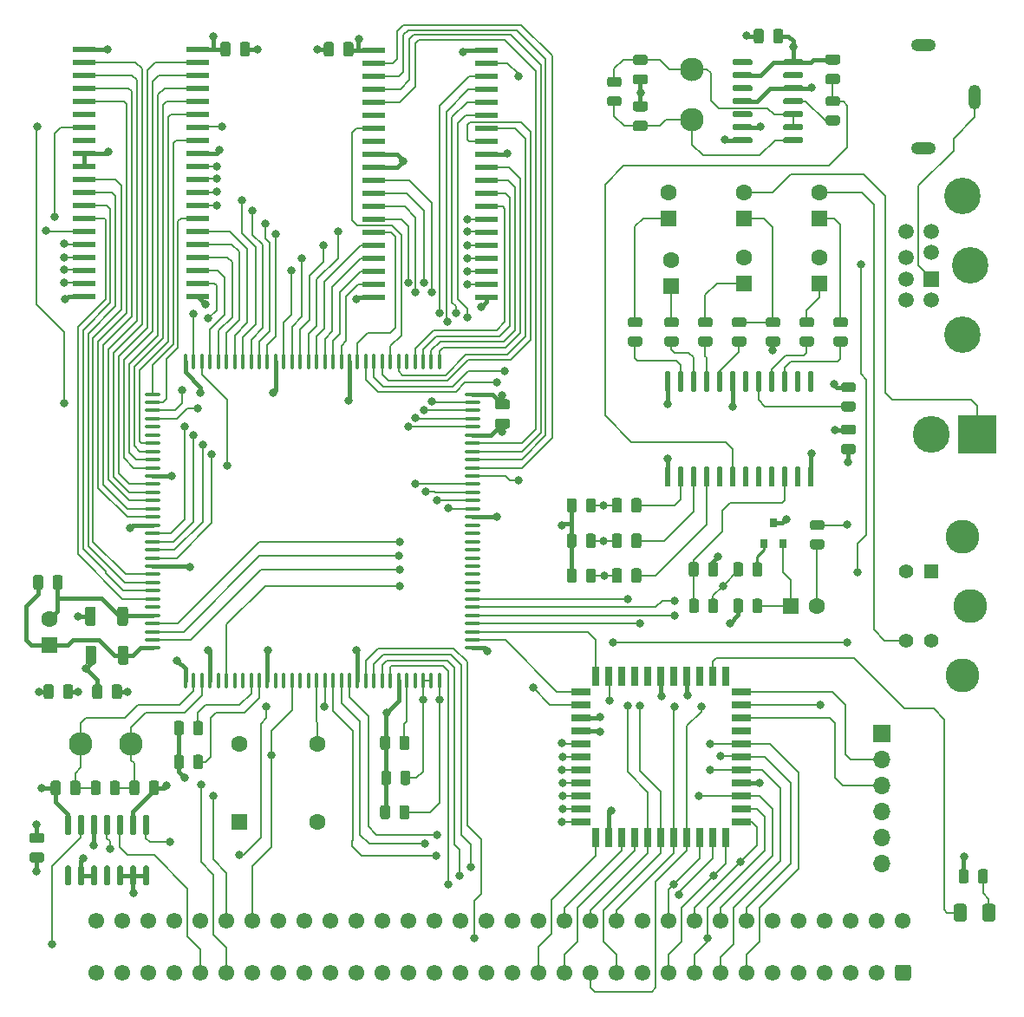
<source format=gtl>
G04 #@! TF.GenerationSoftware,KiCad,Pcbnew,(5.1.10)-1*
G04 #@! TF.CreationDate,2021-07-30T10:38:06+01:00*
G04 #@! TF.ProjectId,GfxV9990,47667856-3939-4393-902e-6b696361645f,rev?*
G04 #@! TF.SameCoordinates,Original*
G04 #@! TF.FileFunction,Copper,L1,Top*
G04 #@! TF.FilePolarity,Positive*
%FSLAX46Y46*%
G04 Gerber Fmt 4.6, Leading zero omitted, Abs format (unit mm)*
G04 Created by KiCad (PCBNEW (5.1.10)-1) date 2021-07-30 10:38:06*
%MOMM*%
%LPD*%
G01*
G04 APERTURE LIST*
G04 #@! TA.AperFunction,SMDPad,CuDef*
%ADD10R,1.925000X0.700000*%
G04 #@! TD*
G04 #@! TA.AperFunction,SMDPad,CuDef*
%ADD11R,0.700000X1.925000*%
G04 #@! TD*
G04 #@! TA.AperFunction,SMDPad,CuDef*
%ADD12R,0.800000X0.900000*%
G04 #@! TD*
G04 #@! TA.AperFunction,ComponentPad*
%ADD13C,3.555000*%
G04 #@! TD*
G04 #@! TA.AperFunction,ComponentPad*
%ADD14C,1.509000*%
G04 #@! TD*
G04 #@! TA.AperFunction,ComponentPad*
%ADD15R,1.509000X1.509000*%
G04 #@! TD*
G04 #@! TA.AperFunction,ComponentPad*
%ADD16C,1.550000*%
G04 #@! TD*
G04 #@! TA.AperFunction,ComponentPad*
%ADD17C,2.300000*%
G04 #@! TD*
G04 #@! TA.AperFunction,ComponentPad*
%ADD18C,1.600000*%
G04 #@! TD*
G04 #@! TA.AperFunction,ComponentPad*
%ADD19R,1.600000X1.600000*%
G04 #@! TD*
G04 #@! TA.AperFunction,SMDPad,CuDef*
%ADD20R,2.200000X0.500000*%
G04 #@! TD*
G04 #@! TA.AperFunction,SMDPad,CuDef*
%ADD21O,0.350000X1.600000*%
G04 #@! TD*
G04 #@! TA.AperFunction,SMDPad,CuDef*
%ADD22O,1.600000X0.350000*%
G04 #@! TD*
G04 #@! TA.AperFunction,ComponentPad*
%ADD23O,2.416000X1.208000*%
G04 #@! TD*
G04 #@! TA.AperFunction,ComponentPad*
%ADD24O,1.208000X2.416000*%
G04 #@! TD*
G04 #@! TA.AperFunction,ComponentPad*
%ADD25O,1.700000X1.700000*%
G04 #@! TD*
G04 #@! TA.AperFunction,ComponentPad*
%ADD26R,1.700000X1.700000*%
G04 #@! TD*
G04 #@! TA.AperFunction,ComponentPad*
%ADD27C,3.600000*%
G04 #@! TD*
G04 #@! TA.AperFunction,ComponentPad*
%ADD28R,3.765000X3.765000*%
G04 #@! TD*
G04 #@! TA.AperFunction,ComponentPad*
%ADD29C,3.306000*%
G04 #@! TD*
G04 #@! TA.AperFunction,ComponentPad*
%ADD30C,1.398000*%
G04 #@! TD*
G04 #@! TA.AperFunction,ComponentPad*
%ADD31R,1.398000X1.398000*%
G04 #@! TD*
G04 #@! TA.AperFunction,ViaPad*
%ADD32C,0.800000*%
G04 #@! TD*
G04 #@! TA.AperFunction,Conductor*
%ADD33C,0.400000*%
G04 #@! TD*
G04 #@! TA.AperFunction,Conductor*
%ADD34C,0.210000*%
G04 #@! TD*
G04 #@! TA.AperFunction,Conductor*
%ADD35C,0.250000*%
G04 #@! TD*
G04 APERTURE END LIST*
G04 #@! TA.AperFunction,SMDPad,CuDef*
G36*
G01*
X182913000Y-93160000D02*
X183863000Y-93160000D01*
G75*
G02*
X184113000Y-93410000I0J-250000D01*
G01*
X184113000Y-93910000D01*
G75*
G02*
X183863000Y-94160000I-250000J0D01*
G01*
X182913000Y-94160000D01*
G75*
G02*
X182663000Y-93910000I0J250000D01*
G01*
X182663000Y-93410000D01*
G75*
G02*
X182913000Y-93160000I250000J0D01*
G01*
G37*
G04 #@! TD.AperFunction*
G04 #@! TA.AperFunction,SMDPad,CuDef*
G36*
G01*
X182913000Y-91260000D02*
X183863000Y-91260000D01*
G75*
G02*
X184113000Y-91510000I0J-250000D01*
G01*
X184113000Y-92010000D01*
G75*
G02*
X183863000Y-92260000I-250000J0D01*
G01*
X182913000Y-92260000D01*
G75*
G02*
X182663000Y-92010000I0J250000D01*
G01*
X182663000Y-91510000D01*
G75*
G02*
X182913000Y-91260000I250000J0D01*
G01*
G37*
G04 #@! TD.AperFunction*
G04 #@! TA.AperFunction,SMDPad,CuDef*
G36*
G01*
X174014000Y-63350000D02*
X174014000Y-63650000D01*
G75*
G02*
X173864000Y-63800000I-150000J0D01*
G01*
X172214000Y-63800000D01*
G75*
G02*
X172064000Y-63650000I0J150000D01*
G01*
X172064000Y-63350000D01*
G75*
G02*
X172214000Y-63200000I150000J0D01*
G01*
X173864000Y-63200000D01*
G75*
G02*
X174014000Y-63350000I0J-150000D01*
G01*
G37*
G04 #@! TD.AperFunction*
G04 #@! TA.AperFunction,SMDPad,CuDef*
G36*
G01*
X174014000Y-62080000D02*
X174014000Y-62380000D01*
G75*
G02*
X173864000Y-62530000I-150000J0D01*
G01*
X172214000Y-62530000D01*
G75*
G02*
X172064000Y-62380000I0J150000D01*
G01*
X172064000Y-62080000D01*
G75*
G02*
X172214000Y-61930000I150000J0D01*
G01*
X173864000Y-61930000D01*
G75*
G02*
X174014000Y-62080000I0J-150000D01*
G01*
G37*
G04 #@! TD.AperFunction*
G04 #@! TA.AperFunction,SMDPad,CuDef*
G36*
G01*
X174014000Y-60810000D02*
X174014000Y-61110000D01*
G75*
G02*
X173864000Y-61260000I-150000J0D01*
G01*
X172214000Y-61260000D01*
G75*
G02*
X172064000Y-61110000I0J150000D01*
G01*
X172064000Y-60810000D01*
G75*
G02*
X172214000Y-60660000I150000J0D01*
G01*
X173864000Y-60660000D01*
G75*
G02*
X174014000Y-60810000I0J-150000D01*
G01*
G37*
G04 #@! TD.AperFunction*
G04 #@! TA.AperFunction,SMDPad,CuDef*
G36*
G01*
X174014000Y-59540000D02*
X174014000Y-59840000D01*
G75*
G02*
X173864000Y-59990000I-150000J0D01*
G01*
X172214000Y-59990000D01*
G75*
G02*
X172064000Y-59840000I0J150000D01*
G01*
X172064000Y-59540000D01*
G75*
G02*
X172214000Y-59390000I150000J0D01*
G01*
X173864000Y-59390000D01*
G75*
G02*
X174014000Y-59540000I0J-150000D01*
G01*
G37*
G04 #@! TD.AperFunction*
G04 #@! TA.AperFunction,SMDPad,CuDef*
G36*
G01*
X174014000Y-58270000D02*
X174014000Y-58570000D01*
G75*
G02*
X173864000Y-58720000I-150000J0D01*
G01*
X172214000Y-58720000D01*
G75*
G02*
X172064000Y-58570000I0J150000D01*
G01*
X172064000Y-58270000D01*
G75*
G02*
X172214000Y-58120000I150000J0D01*
G01*
X173864000Y-58120000D01*
G75*
G02*
X174014000Y-58270000I0J-150000D01*
G01*
G37*
G04 #@! TD.AperFunction*
G04 #@! TA.AperFunction,SMDPad,CuDef*
G36*
G01*
X174014000Y-57000000D02*
X174014000Y-57300000D01*
G75*
G02*
X173864000Y-57450000I-150000J0D01*
G01*
X172214000Y-57450000D01*
G75*
G02*
X172064000Y-57300000I0J150000D01*
G01*
X172064000Y-57000000D01*
G75*
G02*
X172214000Y-56850000I150000J0D01*
G01*
X173864000Y-56850000D01*
G75*
G02*
X174014000Y-57000000I0J-150000D01*
G01*
G37*
G04 #@! TD.AperFunction*
G04 #@! TA.AperFunction,SMDPad,CuDef*
G36*
G01*
X174014000Y-55730000D02*
X174014000Y-56030000D01*
G75*
G02*
X173864000Y-56180000I-150000J0D01*
G01*
X172214000Y-56180000D01*
G75*
G02*
X172064000Y-56030000I0J150000D01*
G01*
X172064000Y-55730000D01*
G75*
G02*
X172214000Y-55580000I150000J0D01*
G01*
X173864000Y-55580000D01*
G75*
G02*
X174014000Y-55730000I0J-150000D01*
G01*
G37*
G04 #@! TD.AperFunction*
G04 #@! TA.AperFunction,SMDPad,CuDef*
G36*
G01*
X178964000Y-55730000D02*
X178964000Y-56030000D01*
G75*
G02*
X178814000Y-56180000I-150000J0D01*
G01*
X177164000Y-56180000D01*
G75*
G02*
X177014000Y-56030000I0J150000D01*
G01*
X177014000Y-55730000D01*
G75*
G02*
X177164000Y-55580000I150000J0D01*
G01*
X178814000Y-55580000D01*
G75*
G02*
X178964000Y-55730000I0J-150000D01*
G01*
G37*
G04 #@! TD.AperFunction*
G04 #@! TA.AperFunction,SMDPad,CuDef*
G36*
G01*
X178964000Y-57000000D02*
X178964000Y-57300000D01*
G75*
G02*
X178814000Y-57450000I-150000J0D01*
G01*
X177164000Y-57450000D01*
G75*
G02*
X177014000Y-57300000I0J150000D01*
G01*
X177014000Y-57000000D01*
G75*
G02*
X177164000Y-56850000I150000J0D01*
G01*
X178814000Y-56850000D01*
G75*
G02*
X178964000Y-57000000I0J-150000D01*
G01*
G37*
G04 #@! TD.AperFunction*
G04 #@! TA.AperFunction,SMDPad,CuDef*
G36*
G01*
X178964000Y-58270000D02*
X178964000Y-58570000D01*
G75*
G02*
X178814000Y-58720000I-150000J0D01*
G01*
X177164000Y-58720000D01*
G75*
G02*
X177014000Y-58570000I0J150000D01*
G01*
X177014000Y-58270000D01*
G75*
G02*
X177164000Y-58120000I150000J0D01*
G01*
X178814000Y-58120000D01*
G75*
G02*
X178964000Y-58270000I0J-150000D01*
G01*
G37*
G04 #@! TD.AperFunction*
G04 #@! TA.AperFunction,SMDPad,CuDef*
G36*
G01*
X178964000Y-59540000D02*
X178964000Y-59840000D01*
G75*
G02*
X178814000Y-59990000I-150000J0D01*
G01*
X177164000Y-59990000D01*
G75*
G02*
X177014000Y-59840000I0J150000D01*
G01*
X177014000Y-59540000D01*
G75*
G02*
X177164000Y-59390000I150000J0D01*
G01*
X178814000Y-59390000D01*
G75*
G02*
X178964000Y-59540000I0J-150000D01*
G01*
G37*
G04 #@! TD.AperFunction*
G04 #@! TA.AperFunction,SMDPad,CuDef*
G36*
G01*
X178964000Y-60810000D02*
X178964000Y-61110000D01*
G75*
G02*
X178814000Y-61260000I-150000J0D01*
G01*
X177164000Y-61260000D01*
G75*
G02*
X177014000Y-61110000I0J150000D01*
G01*
X177014000Y-60810000D01*
G75*
G02*
X177164000Y-60660000I150000J0D01*
G01*
X178814000Y-60660000D01*
G75*
G02*
X178964000Y-60810000I0J-150000D01*
G01*
G37*
G04 #@! TD.AperFunction*
G04 #@! TA.AperFunction,SMDPad,CuDef*
G36*
G01*
X178964000Y-62080000D02*
X178964000Y-62380000D01*
G75*
G02*
X178814000Y-62530000I-150000J0D01*
G01*
X177164000Y-62530000D01*
G75*
G02*
X177014000Y-62380000I0J150000D01*
G01*
X177014000Y-62080000D01*
G75*
G02*
X177164000Y-61930000I150000J0D01*
G01*
X178814000Y-61930000D01*
G75*
G02*
X178964000Y-62080000I0J-150000D01*
G01*
G37*
G04 #@! TD.AperFunction*
G04 #@! TA.AperFunction,SMDPad,CuDef*
G36*
G01*
X178964000Y-63350000D02*
X178964000Y-63650000D01*
G75*
G02*
X178814000Y-63800000I-150000J0D01*
G01*
X177164000Y-63800000D01*
G75*
G02*
X177014000Y-63650000I0J150000D01*
G01*
X177014000Y-63350000D01*
G75*
G02*
X177164000Y-63200000I150000J0D01*
G01*
X178814000Y-63200000D01*
G75*
G02*
X178964000Y-63350000I0J-150000D01*
G01*
G37*
G04 #@! TD.AperFunction*
D10*
X157237500Y-130048000D03*
X157237500Y-128778000D03*
X157237500Y-127508000D03*
X157237500Y-126238000D03*
X157237500Y-124968000D03*
X157237500Y-123698000D03*
X157237500Y-122428000D03*
X157237500Y-121158000D03*
X157237500Y-119888000D03*
X157237500Y-118618000D03*
X157237500Y-117348000D03*
D11*
X158750000Y-115835500D03*
X160020000Y-115835500D03*
X161290000Y-115835500D03*
X162560000Y-115835500D03*
X163830000Y-115835500D03*
X165100000Y-115835500D03*
X166370000Y-115835500D03*
X167640000Y-115835500D03*
X168910000Y-115835500D03*
X170180000Y-115835500D03*
X171450000Y-115835500D03*
D10*
X172962500Y-117348000D03*
X172962500Y-118618000D03*
X172962500Y-119888000D03*
X172962500Y-121158000D03*
X172962500Y-122428000D03*
X172962500Y-123698000D03*
X172962500Y-124968000D03*
X172962500Y-126238000D03*
X172962500Y-127508000D03*
X172962500Y-128778000D03*
X172962500Y-130048000D03*
D11*
X158750000Y-131560500D03*
X160020000Y-131560500D03*
X161290000Y-131560500D03*
X162560000Y-131560500D03*
X163830000Y-131560500D03*
X171450000Y-131560500D03*
X170180000Y-131560500D03*
X168910000Y-131560500D03*
X167640000Y-131560500D03*
X166370000Y-131560500D03*
X165100000Y-131560500D03*
G04 #@! TA.AperFunction,SMDPad,CuDef*
G36*
G01*
X114658000Y-134342000D02*
X114958000Y-134342000D01*
G75*
G02*
X115108000Y-134492000I0J-150000D01*
G01*
X115108000Y-136142000D01*
G75*
G02*
X114958000Y-136292000I-150000J0D01*
G01*
X114658000Y-136292000D01*
G75*
G02*
X114508000Y-136142000I0J150000D01*
G01*
X114508000Y-134492000D01*
G75*
G02*
X114658000Y-134342000I150000J0D01*
G01*
G37*
G04 #@! TD.AperFunction*
G04 #@! TA.AperFunction,SMDPad,CuDef*
G36*
G01*
X113388000Y-134342000D02*
X113688000Y-134342000D01*
G75*
G02*
X113838000Y-134492000I0J-150000D01*
G01*
X113838000Y-136142000D01*
G75*
G02*
X113688000Y-136292000I-150000J0D01*
G01*
X113388000Y-136292000D01*
G75*
G02*
X113238000Y-136142000I0J150000D01*
G01*
X113238000Y-134492000D01*
G75*
G02*
X113388000Y-134342000I150000J0D01*
G01*
G37*
G04 #@! TD.AperFunction*
G04 #@! TA.AperFunction,SMDPad,CuDef*
G36*
G01*
X112118000Y-134342000D02*
X112418000Y-134342000D01*
G75*
G02*
X112568000Y-134492000I0J-150000D01*
G01*
X112568000Y-136142000D01*
G75*
G02*
X112418000Y-136292000I-150000J0D01*
G01*
X112118000Y-136292000D01*
G75*
G02*
X111968000Y-136142000I0J150000D01*
G01*
X111968000Y-134492000D01*
G75*
G02*
X112118000Y-134342000I150000J0D01*
G01*
G37*
G04 #@! TD.AperFunction*
G04 #@! TA.AperFunction,SMDPad,CuDef*
G36*
G01*
X110848000Y-134342000D02*
X111148000Y-134342000D01*
G75*
G02*
X111298000Y-134492000I0J-150000D01*
G01*
X111298000Y-136142000D01*
G75*
G02*
X111148000Y-136292000I-150000J0D01*
G01*
X110848000Y-136292000D01*
G75*
G02*
X110698000Y-136142000I0J150000D01*
G01*
X110698000Y-134492000D01*
G75*
G02*
X110848000Y-134342000I150000J0D01*
G01*
G37*
G04 #@! TD.AperFunction*
G04 #@! TA.AperFunction,SMDPad,CuDef*
G36*
G01*
X109578000Y-134342000D02*
X109878000Y-134342000D01*
G75*
G02*
X110028000Y-134492000I0J-150000D01*
G01*
X110028000Y-136142000D01*
G75*
G02*
X109878000Y-136292000I-150000J0D01*
G01*
X109578000Y-136292000D01*
G75*
G02*
X109428000Y-136142000I0J150000D01*
G01*
X109428000Y-134492000D01*
G75*
G02*
X109578000Y-134342000I150000J0D01*
G01*
G37*
G04 #@! TD.AperFunction*
G04 #@! TA.AperFunction,SMDPad,CuDef*
G36*
G01*
X108308000Y-134342000D02*
X108608000Y-134342000D01*
G75*
G02*
X108758000Y-134492000I0J-150000D01*
G01*
X108758000Y-136142000D01*
G75*
G02*
X108608000Y-136292000I-150000J0D01*
G01*
X108308000Y-136292000D01*
G75*
G02*
X108158000Y-136142000I0J150000D01*
G01*
X108158000Y-134492000D01*
G75*
G02*
X108308000Y-134342000I150000J0D01*
G01*
G37*
G04 #@! TD.AperFunction*
G04 #@! TA.AperFunction,SMDPad,CuDef*
G36*
G01*
X107038000Y-134342000D02*
X107338000Y-134342000D01*
G75*
G02*
X107488000Y-134492000I0J-150000D01*
G01*
X107488000Y-136142000D01*
G75*
G02*
X107338000Y-136292000I-150000J0D01*
G01*
X107038000Y-136292000D01*
G75*
G02*
X106888000Y-136142000I0J150000D01*
G01*
X106888000Y-134492000D01*
G75*
G02*
X107038000Y-134342000I150000J0D01*
G01*
G37*
G04 #@! TD.AperFunction*
G04 #@! TA.AperFunction,SMDPad,CuDef*
G36*
G01*
X107038000Y-129392000D02*
X107338000Y-129392000D01*
G75*
G02*
X107488000Y-129542000I0J-150000D01*
G01*
X107488000Y-131192000D01*
G75*
G02*
X107338000Y-131342000I-150000J0D01*
G01*
X107038000Y-131342000D01*
G75*
G02*
X106888000Y-131192000I0J150000D01*
G01*
X106888000Y-129542000D01*
G75*
G02*
X107038000Y-129392000I150000J0D01*
G01*
G37*
G04 #@! TD.AperFunction*
G04 #@! TA.AperFunction,SMDPad,CuDef*
G36*
G01*
X108308000Y-129392000D02*
X108608000Y-129392000D01*
G75*
G02*
X108758000Y-129542000I0J-150000D01*
G01*
X108758000Y-131192000D01*
G75*
G02*
X108608000Y-131342000I-150000J0D01*
G01*
X108308000Y-131342000D01*
G75*
G02*
X108158000Y-131192000I0J150000D01*
G01*
X108158000Y-129542000D01*
G75*
G02*
X108308000Y-129392000I150000J0D01*
G01*
G37*
G04 #@! TD.AperFunction*
G04 #@! TA.AperFunction,SMDPad,CuDef*
G36*
G01*
X109578000Y-129392000D02*
X109878000Y-129392000D01*
G75*
G02*
X110028000Y-129542000I0J-150000D01*
G01*
X110028000Y-131192000D01*
G75*
G02*
X109878000Y-131342000I-150000J0D01*
G01*
X109578000Y-131342000D01*
G75*
G02*
X109428000Y-131192000I0J150000D01*
G01*
X109428000Y-129542000D01*
G75*
G02*
X109578000Y-129392000I150000J0D01*
G01*
G37*
G04 #@! TD.AperFunction*
G04 #@! TA.AperFunction,SMDPad,CuDef*
G36*
G01*
X110848000Y-129392000D02*
X111148000Y-129392000D01*
G75*
G02*
X111298000Y-129542000I0J-150000D01*
G01*
X111298000Y-131192000D01*
G75*
G02*
X111148000Y-131342000I-150000J0D01*
G01*
X110848000Y-131342000D01*
G75*
G02*
X110698000Y-131192000I0J150000D01*
G01*
X110698000Y-129542000D01*
G75*
G02*
X110848000Y-129392000I150000J0D01*
G01*
G37*
G04 #@! TD.AperFunction*
G04 #@! TA.AperFunction,SMDPad,CuDef*
G36*
G01*
X112118000Y-129392000D02*
X112418000Y-129392000D01*
G75*
G02*
X112568000Y-129542000I0J-150000D01*
G01*
X112568000Y-131192000D01*
G75*
G02*
X112418000Y-131342000I-150000J0D01*
G01*
X112118000Y-131342000D01*
G75*
G02*
X111968000Y-131192000I0J150000D01*
G01*
X111968000Y-129542000D01*
G75*
G02*
X112118000Y-129392000I150000J0D01*
G01*
G37*
G04 #@! TD.AperFunction*
G04 #@! TA.AperFunction,SMDPad,CuDef*
G36*
G01*
X113388000Y-129392000D02*
X113688000Y-129392000D01*
G75*
G02*
X113838000Y-129542000I0J-150000D01*
G01*
X113838000Y-131192000D01*
G75*
G02*
X113688000Y-131342000I-150000J0D01*
G01*
X113388000Y-131342000D01*
G75*
G02*
X113238000Y-131192000I0J150000D01*
G01*
X113238000Y-129542000D01*
G75*
G02*
X113388000Y-129392000I150000J0D01*
G01*
G37*
G04 #@! TD.AperFunction*
G04 #@! TA.AperFunction,SMDPad,CuDef*
G36*
G01*
X114658000Y-129392000D02*
X114958000Y-129392000D01*
G75*
G02*
X115108000Y-129542000I0J-150000D01*
G01*
X115108000Y-131192000D01*
G75*
G02*
X114958000Y-131342000I-150000J0D01*
G01*
X114658000Y-131342000D01*
G75*
G02*
X114508000Y-131192000I0J150000D01*
G01*
X114508000Y-129542000D01*
G75*
G02*
X114658000Y-129392000I150000J0D01*
G01*
G37*
G04 #@! TD.AperFunction*
G04 #@! TA.AperFunction,SMDPad,CuDef*
G36*
G01*
X119400500Y-121360250D02*
X119400500Y-120447750D01*
G75*
G02*
X119644250Y-120204000I243750J0D01*
G01*
X120131750Y-120204000D01*
G75*
G02*
X120375500Y-120447750I0J-243750D01*
G01*
X120375500Y-121360250D01*
G75*
G02*
X120131750Y-121604000I-243750J0D01*
G01*
X119644250Y-121604000D01*
G75*
G02*
X119400500Y-121360250I0J243750D01*
G01*
G37*
G04 #@! TD.AperFunction*
G04 #@! TA.AperFunction,SMDPad,CuDef*
G36*
G01*
X117525500Y-121360250D02*
X117525500Y-120447750D01*
G75*
G02*
X117769250Y-120204000I243750J0D01*
G01*
X118256750Y-120204000D01*
G75*
G02*
X118500500Y-120447750I0J-243750D01*
G01*
X118500500Y-121360250D01*
G75*
G02*
X118256750Y-121604000I-243750J0D01*
G01*
X117769250Y-121604000D01*
G75*
G02*
X117525500Y-121360250I0J243750D01*
G01*
G37*
G04 #@! TD.AperFunction*
G04 #@! TA.AperFunction,SMDPad,CuDef*
G36*
G01*
X119400500Y-124662250D02*
X119400500Y-123749750D01*
G75*
G02*
X119644250Y-123506000I243750J0D01*
G01*
X120131750Y-123506000D01*
G75*
G02*
X120375500Y-123749750I0J-243750D01*
G01*
X120375500Y-124662250D01*
G75*
G02*
X120131750Y-124906000I-243750J0D01*
G01*
X119644250Y-124906000D01*
G75*
G02*
X119400500Y-124662250I0J243750D01*
G01*
G37*
G04 #@! TD.AperFunction*
G04 #@! TA.AperFunction,SMDPad,CuDef*
G36*
G01*
X117525500Y-124662250D02*
X117525500Y-123749750D01*
G75*
G02*
X117769250Y-123506000I243750J0D01*
G01*
X118256750Y-123506000D01*
G75*
G02*
X118500500Y-123749750I0J-243750D01*
G01*
X118500500Y-124662250D01*
G75*
G02*
X118256750Y-124906000I-243750J0D01*
G01*
X117769250Y-124906000D01*
G75*
G02*
X117525500Y-124662250I0J243750D01*
G01*
G37*
G04 #@! TD.AperFunction*
G04 #@! TA.AperFunction,SMDPad,CuDef*
G36*
G01*
X139537500Y-122806250D02*
X139537500Y-121893750D01*
G75*
G02*
X139781250Y-121650000I243750J0D01*
G01*
X140268750Y-121650000D01*
G75*
G02*
X140512500Y-121893750I0J-243750D01*
G01*
X140512500Y-122806250D01*
G75*
G02*
X140268750Y-123050000I-243750J0D01*
G01*
X139781250Y-123050000D01*
G75*
G02*
X139537500Y-122806250I0J243750D01*
G01*
G37*
G04 #@! TD.AperFunction*
G04 #@! TA.AperFunction,SMDPad,CuDef*
G36*
G01*
X137662500Y-122806250D02*
X137662500Y-121893750D01*
G75*
G02*
X137906250Y-121650000I243750J0D01*
G01*
X138393750Y-121650000D01*
G75*
G02*
X138637500Y-121893750I0J-243750D01*
G01*
X138637500Y-122806250D01*
G75*
G02*
X138393750Y-123050000I-243750J0D01*
G01*
X137906250Y-123050000D01*
G75*
G02*
X137662500Y-122806250I0J243750D01*
G01*
G37*
G04 #@! TD.AperFunction*
G04 #@! TA.AperFunction,SMDPad,CuDef*
G36*
G01*
X139637500Y-126231250D02*
X139637500Y-125318750D01*
G75*
G02*
X139881250Y-125075000I243750J0D01*
G01*
X140368750Y-125075000D01*
G75*
G02*
X140612500Y-125318750I0J-243750D01*
G01*
X140612500Y-126231250D01*
G75*
G02*
X140368750Y-126475000I-243750J0D01*
G01*
X139881250Y-126475000D01*
G75*
G02*
X139637500Y-126231250I0J243750D01*
G01*
G37*
G04 #@! TD.AperFunction*
G04 #@! TA.AperFunction,SMDPad,CuDef*
G36*
G01*
X137762500Y-126231250D02*
X137762500Y-125318750D01*
G75*
G02*
X138006250Y-125075000I243750J0D01*
G01*
X138493750Y-125075000D01*
G75*
G02*
X138737500Y-125318750I0J-243750D01*
G01*
X138737500Y-126231250D01*
G75*
G02*
X138493750Y-126475000I-243750J0D01*
G01*
X138006250Y-126475000D01*
G75*
G02*
X137762500Y-126231250I0J243750D01*
G01*
G37*
G04 #@! TD.AperFunction*
G04 #@! TA.AperFunction,SMDPad,CuDef*
G36*
G01*
X139537500Y-129581250D02*
X139537500Y-128668750D01*
G75*
G02*
X139781250Y-128425000I243750J0D01*
G01*
X140268750Y-128425000D01*
G75*
G02*
X140512500Y-128668750I0J-243750D01*
G01*
X140512500Y-129581250D01*
G75*
G02*
X140268750Y-129825000I-243750J0D01*
G01*
X139781250Y-129825000D01*
G75*
G02*
X139537500Y-129581250I0J243750D01*
G01*
G37*
G04 #@! TD.AperFunction*
G04 #@! TA.AperFunction,SMDPad,CuDef*
G36*
G01*
X137662500Y-129581250D02*
X137662500Y-128668750D01*
G75*
G02*
X137906250Y-128425000I243750J0D01*
G01*
X138393750Y-128425000D01*
G75*
G02*
X138637500Y-128668750I0J-243750D01*
G01*
X138637500Y-129581250D01*
G75*
G02*
X138393750Y-129825000I-243750J0D01*
G01*
X137906250Y-129825000D01*
G75*
G02*
X137662500Y-129581250I0J243750D01*
G01*
G37*
G04 #@! TD.AperFunction*
G04 #@! TA.AperFunction,SMDPad,CuDef*
G36*
G01*
X110372500Y-126289750D02*
X110372500Y-127202250D01*
G75*
G02*
X110128750Y-127446000I-243750J0D01*
G01*
X109641250Y-127446000D01*
G75*
G02*
X109397500Y-127202250I0J243750D01*
G01*
X109397500Y-126289750D01*
G75*
G02*
X109641250Y-126046000I243750J0D01*
G01*
X110128750Y-126046000D01*
G75*
G02*
X110372500Y-126289750I0J-243750D01*
G01*
G37*
G04 #@! TD.AperFunction*
G04 #@! TA.AperFunction,SMDPad,CuDef*
G36*
G01*
X112247500Y-126289750D02*
X112247500Y-127202250D01*
G75*
G02*
X112003750Y-127446000I-243750J0D01*
G01*
X111516250Y-127446000D01*
G75*
G02*
X111272500Y-127202250I0J243750D01*
G01*
X111272500Y-126289750D01*
G75*
G02*
X111516250Y-126046000I243750J0D01*
G01*
X112003750Y-126046000D01*
G75*
G02*
X112247500Y-126289750I0J-243750D01*
G01*
G37*
G04 #@! TD.AperFunction*
G04 #@! TA.AperFunction,SMDPad,CuDef*
G36*
G01*
X179883750Y-102479500D02*
X180796250Y-102479500D01*
G75*
G02*
X181040000Y-102723250I0J-243750D01*
G01*
X181040000Y-103210750D01*
G75*
G02*
X180796250Y-103454500I-243750J0D01*
G01*
X179883750Y-103454500D01*
G75*
G02*
X179640000Y-103210750I0J243750D01*
G01*
X179640000Y-102723250D01*
G75*
G02*
X179883750Y-102479500I243750J0D01*
G01*
G37*
G04 #@! TD.AperFunction*
G04 #@! TA.AperFunction,SMDPad,CuDef*
G36*
G01*
X179883750Y-100604500D02*
X180796250Y-100604500D01*
G75*
G02*
X181040000Y-100848250I0J-243750D01*
G01*
X181040000Y-101335750D01*
G75*
G02*
X180796250Y-101579500I-243750J0D01*
G01*
X179883750Y-101579500D01*
G75*
G02*
X179640000Y-101335750I0J243750D01*
G01*
X179640000Y-100848250D01*
G75*
G02*
X179883750Y-100604500I243750J0D01*
G01*
G37*
G04 #@! TD.AperFunction*
G04 #@! TA.AperFunction,SMDPad,CuDef*
G36*
G01*
X173110500Y-108509750D02*
X173110500Y-109422250D01*
G75*
G02*
X172866750Y-109666000I-243750J0D01*
G01*
X172379250Y-109666000D01*
G75*
G02*
X172135500Y-109422250I0J243750D01*
G01*
X172135500Y-108509750D01*
G75*
G02*
X172379250Y-108266000I243750J0D01*
G01*
X172866750Y-108266000D01*
G75*
G02*
X173110500Y-108509750I0J-243750D01*
G01*
G37*
G04 #@! TD.AperFunction*
G04 #@! TA.AperFunction,SMDPad,CuDef*
G36*
G01*
X174985500Y-108509750D02*
X174985500Y-109422250D01*
G75*
G02*
X174741750Y-109666000I-243750J0D01*
G01*
X174254250Y-109666000D01*
G75*
G02*
X174010500Y-109422250I0J243750D01*
G01*
X174010500Y-108509750D01*
G75*
G02*
X174254250Y-108266000I243750J0D01*
G01*
X174741750Y-108266000D01*
G75*
G02*
X174985500Y-108509750I0J-243750D01*
G01*
G37*
G04 #@! TD.AperFunction*
G04 #@! TA.AperFunction,SMDPad,CuDef*
G36*
G01*
X173110500Y-104953750D02*
X173110500Y-105866250D01*
G75*
G02*
X172866750Y-106110000I-243750J0D01*
G01*
X172379250Y-106110000D01*
G75*
G02*
X172135500Y-105866250I0J243750D01*
G01*
X172135500Y-104953750D01*
G75*
G02*
X172379250Y-104710000I243750J0D01*
G01*
X172866750Y-104710000D01*
G75*
G02*
X173110500Y-104953750I0J-243750D01*
G01*
G37*
G04 #@! TD.AperFunction*
G04 #@! TA.AperFunction,SMDPad,CuDef*
G36*
G01*
X174985500Y-104953750D02*
X174985500Y-105866250D01*
G75*
G02*
X174741750Y-106110000I-243750J0D01*
G01*
X174254250Y-106110000D01*
G75*
G02*
X174010500Y-105866250I0J243750D01*
G01*
X174010500Y-104953750D01*
G75*
G02*
X174254250Y-104710000I243750J0D01*
G01*
X174741750Y-104710000D01*
G75*
G02*
X174985500Y-104953750I0J-243750D01*
G01*
G37*
G04 #@! TD.AperFunction*
G04 #@! TA.AperFunction,SMDPad,CuDef*
G36*
G01*
X175565750Y-82667500D02*
X176478250Y-82667500D01*
G75*
G02*
X176722000Y-82911250I0J-243750D01*
G01*
X176722000Y-83398750D01*
G75*
G02*
X176478250Y-83642500I-243750J0D01*
G01*
X175565750Y-83642500D01*
G75*
G02*
X175322000Y-83398750I0J243750D01*
G01*
X175322000Y-82911250D01*
G75*
G02*
X175565750Y-82667500I243750J0D01*
G01*
G37*
G04 #@! TD.AperFunction*
G04 #@! TA.AperFunction,SMDPad,CuDef*
G36*
G01*
X175565750Y-80792500D02*
X176478250Y-80792500D01*
G75*
G02*
X176722000Y-81036250I0J-243750D01*
G01*
X176722000Y-81523750D01*
G75*
G02*
X176478250Y-81767500I-243750J0D01*
G01*
X175565750Y-81767500D01*
G75*
G02*
X175322000Y-81523750I0J243750D01*
G01*
X175322000Y-81036250D01*
G75*
G02*
X175565750Y-80792500I243750J0D01*
G01*
G37*
G04 #@! TD.AperFunction*
G04 #@! TA.AperFunction,SMDPad,CuDef*
G36*
G01*
X182169750Y-82667500D02*
X183082250Y-82667500D01*
G75*
G02*
X183326000Y-82911250I0J-243750D01*
G01*
X183326000Y-83398750D01*
G75*
G02*
X183082250Y-83642500I-243750J0D01*
G01*
X182169750Y-83642500D01*
G75*
G02*
X181926000Y-83398750I0J243750D01*
G01*
X181926000Y-82911250D01*
G75*
G02*
X182169750Y-82667500I243750J0D01*
G01*
G37*
G04 #@! TD.AperFunction*
G04 #@! TA.AperFunction,SMDPad,CuDef*
G36*
G01*
X182169750Y-80792500D02*
X183082250Y-80792500D01*
G75*
G02*
X183326000Y-81036250I0J-243750D01*
G01*
X183326000Y-81523750D01*
G75*
G02*
X183082250Y-81767500I-243750J0D01*
G01*
X182169750Y-81767500D01*
G75*
G02*
X181926000Y-81523750I0J243750D01*
G01*
X181926000Y-81036250D01*
G75*
G02*
X182169750Y-80792500I243750J0D01*
G01*
G37*
G04 #@! TD.AperFunction*
G04 #@! TA.AperFunction,SMDPad,CuDef*
G36*
G01*
X178867750Y-82667500D02*
X179780250Y-82667500D01*
G75*
G02*
X180024000Y-82911250I0J-243750D01*
G01*
X180024000Y-83398750D01*
G75*
G02*
X179780250Y-83642500I-243750J0D01*
G01*
X178867750Y-83642500D01*
G75*
G02*
X178624000Y-83398750I0J243750D01*
G01*
X178624000Y-82911250D01*
G75*
G02*
X178867750Y-82667500I243750J0D01*
G01*
G37*
G04 #@! TD.AperFunction*
G04 #@! TA.AperFunction,SMDPad,CuDef*
G36*
G01*
X178867750Y-80792500D02*
X179780250Y-80792500D01*
G75*
G02*
X180024000Y-81036250I0J-243750D01*
G01*
X180024000Y-81523750D01*
G75*
G02*
X179780250Y-81767500I-243750J0D01*
G01*
X178867750Y-81767500D01*
G75*
G02*
X178624000Y-81523750I0J243750D01*
G01*
X178624000Y-81036250D01*
G75*
G02*
X178867750Y-80792500I243750J0D01*
G01*
G37*
G04 #@! TD.AperFunction*
G04 #@! TA.AperFunction,SMDPad,CuDef*
G36*
G01*
X172263750Y-82667500D02*
X173176250Y-82667500D01*
G75*
G02*
X173420000Y-82911250I0J-243750D01*
G01*
X173420000Y-83398750D01*
G75*
G02*
X173176250Y-83642500I-243750J0D01*
G01*
X172263750Y-83642500D01*
G75*
G02*
X172020000Y-83398750I0J243750D01*
G01*
X172020000Y-82911250D01*
G75*
G02*
X172263750Y-82667500I243750J0D01*
G01*
G37*
G04 #@! TD.AperFunction*
G04 #@! TA.AperFunction,SMDPad,CuDef*
G36*
G01*
X172263750Y-80792500D02*
X173176250Y-80792500D01*
G75*
G02*
X173420000Y-81036250I0J-243750D01*
G01*
X173420000Y-81523750D01*
G75*
G02*
X173176250Y-81767500I-243750J0D01*
G01*
X172263750Y-81767500D01*
G75*
G02*
X172020000Y-81523750I0J243750D01*
G01*
X172020000Y-81036250D01*
G75*
G02*
X172263750Y-80792500I243750J0D01*
G01*
G37*
G04 #@! TD.AperFunction*
G04 #@! TA.AperFunction,SMDPad,CuDef*
G36*
G01*
X168961750Y-82667500D02*
X169874250Y-82667500D01*
G75*
G02*
X170118000Y-82911250I0J-243750D01*
G01*
X170118000Y-83398750D01*
G75*
G02*
X169874250Y-83642500I-243750J0D01*
G01*
X168961750Y-83642500D01*
G75*
G02*
X168718000Y-83398750I0J243750D01*
G01*
X168718000Y-82911250D01*
G75*
G02*
X168961750Y-82667500I243750J0D01*
G01*
G37*
G04 #@! TD.AperFunction*
G04 #@! TA.AperFunction,SMDPad,CuDef*
G36*
G01*
X168961750Y-80792500D02*
X169874250Y-80792500D01*
G75*
G02*
X170118000Y-81036250I0J-243750D01*
G01*
X170118000Y-81523750D01*
G75*
G02*
X169874250Y-81767500I-243750J0D01*
G01*
X168961750Y-81767500D01*
G75*
G02*
X168718000Y-81523750I0J243750D01*
G01*
X168718000Y-81036250D01*
G75*
G02*
X168961750Y-80792500I243750J0D01*
G01*
G37*
G04 #@! TD.AperFunction*
G04 #@! TA.AperFunction,SMDPad,CuDef*
G36*
G01*
X165659750Y-82667500D02*
X166572250Y-82667500D01*
G75*
G02*
X166816000Y-82911250I0J-243750D01*
G01*
X166816000Y-83398750D01*
G75*
G02*
X166572250Y-83642500I-243750J0D01*
G01*
X165659750Y-83642500D01*
G75*
G02*
X165416000Y-83398750I0J243750D01*
G01*
X165416000Y-82911250D01*
G75*
G02*
X165659750Y-82667500I243750J0D01*
G01*
G37*
G04 #@! TD.AperFunction*
G04 #@! TA.AperFunction,SMDPad,CuDef*
G36*
G01*
X165659750Y-80792500D02*
X166572250Y-80792500D01*
G75*
G02*
X166816000Y-81036250I0J-243750D01*
G01*
X166816000Y-81523750D01*
G75*
G02*
X166572250Y-81767500I-243750J0D01*
G01*
X165659750Y-81767500D01*
G75*
G02*
X165416000Y-81523750I0J243750D01*
G01*
X165416000Y-81036250D01*
G75*
G02*
X165659750Y-80792500I243750J0D01*
G01*
G37*
G04 #@! TD.AperFunction*
G04 #@! TA.AperFunction,SMDPad,CuDef*
G36*
G01*
X162103750Y-82667500D02*
X163016250Y-82667500D01*
G75*
G02*
X163260000Y-82911250I0J-243750D01*
G01*
X163260000Y-83398750D01*
G75*
G02*
X163016250Y-83642500I-243750J0D01*
G01*
X162103750Y-83642500D01*
G75*
G02*
X161860000Y-83398750I0J243750D01*
G01*
X161860000Y-82911250D01*
G75*
G02*
X162103750Y-82667500I243750J0D01*
G01*
G37*
G04 #@! TD.AperFunction*
G04 #@! TA.AperFunction,SMDPad,CuDef*
G36*
G01*
X162103750Y-80792500D02*
X163016250Y-80792500D01*
G75*
G02*
X163260000Y-81036250I0J-243750D01*
G01*
X163260000Y-81523750D01*
G75*
G02*
X163016250Y-81767500I-243750J0D01*
G01*
X162103750Y-81767500D01*
G75*
G02*
X161860000Y-81523750I0J243750D01*
G01*
X161860000Y-81036250D01*
G75*
G02*
X162103750Y-80792500I243750J0D01*
G01*
G37*
G04 #@! TD.AperFunction*
G04 #@! TA.AperFunction,SMDPad,CuDef*
G36*
G01*
X182931750Y-89017500D02*
X183844250Y-89017500D01*
G75*
G02*
X184088000Y-89261250I0J-243750D01*
G01*
X184088000Y-89748750D01*
G75*
G02*
X183844250Y-89992500I-243750J0D01*
G01*
X182931750Y-89992500D01*
G75*
G02*
X182688000Y-89748750I0J243750D01*
G01*
X182688000Y-89261250D01*
G75*
G02*
X182931750Y-89017500I243750J0D01*
G01*
G37*
G04 #@! TD.AperFunction*
G04 #@! TA.AperFunction,SMDPad,CuDef*
G36*
G01*
X182931750Y-87142500D02*
X183844250Y-87142500D01*
G75*
G02*
X184088000Y-87386250I0J-243750D01*
G01*
X184088000Y-87873750D01*
G75*
G02*
X183844250Y-88117500I-243750J0D01*
G01*
X182931750Y-88117500D01*
G75*
G02*
X182688000Y-87873750I0J243750D01*
G01*
X182688000Y-87386250D01*
G75*
G02*
X182931750Y-87142500I243750J0D01*
G01*
G37*
G04 #@! TD.AperFunction*
G04 #@! TA.AperFunction,SMDPad,CuDef*
G36*
G01*
X181407750Y-61077500D02*
X182320250Y-61077500D01*
G75*
G02*
X182564000Y-61321250I0J-243750D01*
G01*
X182564000Y-61808750D01*
G75*
G02*
X182320250Y-62052500I-243750J0D01*
G01*
X181407750Y-62052500D01*
G75*
G02*
X181164000Y-61808750I0J243750D01*
G01*
X181164000Y-61321250D01*
G75*
G02*
X181407750Y-61077500I243750J0D01*
G01*
G37*
G04 #@! TD.AperFunction*
G04 #@! TA.AperFunction,SMDPad,CuDef*
G36*
G01*
X181407750Y-59202500D02*
X182320250Y-59202500D01*
G75*
G02*
X182564000Y-59446250I0J-243750D01*
G01*
X182564000Y-59933750D01*
G75*
G02*
X182320250Y-60177500I-243750J0D01*
G01*
X181407750Y-60177500D01*
G75*
G02*
X181164000Y-59933750I0J243750D01*
G01*
X181164000Y-59446250D01*
G75*
G02*
X181407750Y-59202500I243750J0D01*
G01*
G37*
G04 #@! TD.AperFunction*
G04 #@! TA.AperFunction,SMDPad,CuDef*
G36*
G01*
X168792500Y-108509750D02*
X168792500Y-109422250D01*
G75*
G02*
X168548750Y-109666000I-243750J0D01*
G01*
X168061250Y-109666000D01*
G75*
G02*
X167817500Y-109422250I0J243750D01*
G01*
X167817500Y-108509750D01*
G75*
G02*
X168061250Y-108266000I243750J0D01*
G01*
X168548750Y-108266000D01*
G75*
G02*
X168792500Y-108509750I0J-243750D01*
G01*
G37*
G04 #@! TD.AperFunction*
G04 #@! TA.AperFunction,SMDPad,CuDef*
G36*
G01*
X170667500Y-108509750D02*
X170667500Y-109422250D01*
G75*
G02*
X170423750Y-109666000I-243750J0D01*
G01*
X169936250Y-109666000D01*
G75*
G02*
X169692500Y-109422250I0J243750D01*
G01*
X169692500Y-108509750D01*
G75*
G02*
X169936250Y-108266000I243750J0D01*
G01*
X170423750Y-108266000D01*
G75*
G02*
X170667500Y-108509750I0J-243750D01*
G01*
G37*
G04 #@! TD.AperFunction*
G04 #@! TA.AperFunction,SMDPad,CuDef*
G36*
G01*
X156852200Y-98705350D02*
X156852200Y-99617850D01*
G75*
G02*
X156608450Y-99861600I-243750J0D01*
G01*
X156120950Y-99861600D01*
G75*
G02*
X155877200Y-99617850I0J243750D01*
G01*
X155877200Y-98705350D01*
G75*
G02*
X156120950Y-98461600I243750J0D01*
G01*
X156608450Y-98461600D01*
G75*
G02*
X156852200Y-98705350I0J-243750D01*
G01*
G37*
G04 #@! TD.AperFunction*
G04 #@! TA.AperFunction,SMDPad,CuDef*
G36*
G01*
X158727200Y-98705350D02*
X158727200Y-99617850D01*
G75*
G02*
X158483450Y-99861600I-243750J0D01*
G01*
X157995950Y-99861600D01*
G75*
G02*
X157752200Y-99617850I0J243750D01*
G01*
X157752200Y-98705350D01*
G75*
G02*
X157995950Y-98461600I243750J0D01*
G01*
X158483450Y-98461600D01*
G75*
G02*
X158727200Y-98705350I0J-243750D01*
G01*
G37*
G04 #@! TD.AperFunction*
G04 #@! TA.AperFunction,SMDPad,CuDef*
G36*
G01*
X156852200Y-102159750D02*
X156852200Y-103072250D01*
G75*
G02*
X156608450Y-103316000I-243750J0D01*
G01*
X156120950Y-103316000D01*
G75*
G02*
X155877200Y-103072250I0J243750D01*
G01*
X155877200Y-102159750D01*
G75*
G02*
X156120950Y-101916000I243750J0D01*
G01*
X156608450Y-101916000D01*
G75*
G02*
X156852200Y-102159750I0J-243750D01*
G01*
G37*
G04 #@! TD.AperFunction*
G04 #@! TA.AperFunction,SMDPad,CuDef*
G36*
G01*
X158727200Y-102159750D02*
X158727200Y-103072250D01*
G75*
G02*
X158483450Y-103316000I-243750J0D01*
G01*
X157995950Y-103316000D01*
G75*
G02*
X157752200Y-103072250I0J243750D01*
G01*
X157752200Y-102159750D01*
G75*
G02*
X157995950Y-101916000I243750J0D01*
G01*
X158483450Y-101916000D01*
G75*
G02*
X158727200Y-102159750I0J-243750D01*
G01*
G37*
G04 #@! TD.AperFunction*
G04 #@! TA.AperFunction,SMDPad,CuDef*
G36*
G01*
X160984250Y-58302500D02*
X160071750Y-58302500D01*
G75*
G02*
X159828000Y-58058750I0J243750D01*
G01*
X159828000Y-57571250D01*
G75*
G02*
X160071750Y-57327500I243750J0D01*
G01*
X160984250Y-57327500D01*
G75*
G02*
X161228000Y-57571250I0J-243750D01*
G01*
X161228000Y-58058750D01*
G75*
G02*
X160984250Y-58302500I-243750J0D01*
G01*
G37*
G04 #@! TD.AperFunction*
G04 #@! TA.AperFunction,SMDPad,CuDef*
G36*
G01*
X160984250Y-60177500D02*
X160071750Y-60177500D01*
G75*
G02*
X159828000Y-59933750I0J243750D01*
G01*
X159828000Y-59446250D01*
G75*
G02*
X160071750Y-59202500I243750J0D01*
G01*
X160984250Y-59202500D01*
G75*
G02*
X161228000Y-59446250I0J-243750D01*
G01*
X161228000Y-59933750D01*
G75*
G02*
X160984250Y-60177500I-243750J0D01*
G01*
G37*
G04 #@! TD.AperFunction*
G04 #@! TA.AperFunction,SMDPad,CuDef*
G36*
G01*
X156854500Y-105563350D02*
X156854500Y-106475850D01*
G75*
G02*
X156610750Y-106719600I-243750J0D01*
G01*
X156123250Y-106719600D01*
G75*
G02*
X155879500Y-106475850I0J243750D01*
G01*
X155879500Y-105563350D01*
G75*
G02*
X156123250Y-105319600I243750J0D01*
G01*
X156610750Y-105319600D01*
G75*
G02*
X156854500Y-105563350I0J-243750D01*
G01*
G37*
G04 #@! TD.AperFunction*
G04 #@! TA.AperFunction,SMDPad,CuDef*
G36*
G01*
X158729500Y-105563350D02*
X158729500Y-106475850D01*
G75*
G02*
X158485750Y-106719600I-243750J0D01*
G01*
X157998250Y-106719600D01*
G75*
G02*
X157754500Y-106475850I0J243750D01*
G01*
X157754500Y-105563350D01*
G75*
G02*
X157998250Y-105319600I243750J0D01*
G01*
X158485750Y-105319600D01*
G75*
G02*
X158729500Y-105563350I0J-243750D01*
G01*
G37*
G04 #@! TD.AperFunction*
G04 #@! TA.AperFunction,SMDPad,CuDef*
G36*
G01*
X195130000Y-134925750D02*
X195130000Y-135838250D01*
G75*
G02*
X194886250Y-136082000I-243750J0D01*
G01*
X194398750Y-136082000D01*
G75*
G02*
X194155000Y-135838250I0J243750D01*
G01*
X194155000Y-134925750D01*
G75*
G02*
X194398750Y-134682000I243750J0D01*
G01*
X194886250Y-134682000D01*
G75*
G02*
X195130000Y-134925750I0J-243750D01*
G01*
G37*
G04 #@! TD.AperFunction*
G04 #@! TA.AperFunction,SMDPad,CuDef*
G36*
G01*
X197005000Y-134925750D02*
X197005000Y-135838250D01*
G75*
G02*
X196761250Y-136082000I-243750J0D01*
G01*
X196273750Y-136082000D01*
G75*
G02*
X196030000Y-135838250I0J243750D01*
G01*
X196030000Y-134925750D01*
G75*
G02*
X196273750Y-134682000I243750J0D01*
G01*
X196761250Y-134682000D01*
G75*
G02*
X197005000Y-134925750I0J-243750D01*
G01*
G37*
G04 #@! TD.AperFunction*
D12*
X176088000Y-100870000D03*
X177038000Y-102870000D03*
X175138000Y-102870000D03*
G04 #@! TA.AperFunction,SMDPad,CuDef*
G36*
G01*
X196479000Y-139563000D02*
X196479000Y-138313000D01*
G75*
G02*
X196729000Y-138063000I250000J0D01*
G01*
X197479000Y-138063000D01*
G75*
G02*
X197729000Y-138313000I0J-250000D01*
G01*
X197729000Y-139563000D01*
G75*
G02*
X197479000Y-139813000I-250000J0D01*
G01*
X196729000Y-139813000D01*
G75*
G02*
X196479000Y-139563000I0J250000D01*
G01*
G37*
G04 #@! TD.AperFunction*
G04 #@! TA.AperFunction,SMDPad,CuDef*
G36*
G01*
X193679000Y-139563000D02*
X193679000Y-138313000D01*
G75*
G02*
X193929000Y-138063000I250000J0D01*
G01*
X194679000Y-138063000D01*
G75*
G02*
X194929000Y-138313000I0J-250000D01*
G01*
X194929000Y-139563000D01*
G75*
G02*
X194679000Y-139813000I-250000J0D01*
G01*
X193929000Y-139813000D01*
G75*
G02*
X193679000Y-139563000I0J250000D01*
G01*
G37*
G04 #@! TD.AperFunction*
G04 #@! TA.AperFunction,SMDPad,CuDef*
G36*
G01*
X106688000Y-117823000D02*
X106688000Y-116873000D01*
G75*
G02*
X106938000Y-116623000I250000J0D01*
G01*
X107438000Y-116623000D01*
G75*
G02*
X107688000Y-116873000I0J-250000D01*
G01*
X107688000Y-117823000D01*
G75*
G02*
X107438000Y-118073000I-250000J0D01*
G01*
X106938000Y-118073000D01*
G75*
G02*
X106688000Y-117823000I0J250000D01*
G01*
G37*
G04 #@! TD.AperFunction*
G04 #@! TA.AperFunction,SMDPad,CuDef*
G36*
G01*
X104788000Y-117823000D02*
X104788000Y-116873000D01*
G75*
G02*
X105038000Y-116623000I250000J0D01*
G01*
X105538000Y-116623000D01*
G75*
G02*
X105788000Y-116873000I0J-250000D01*
G01*
X105788000Y-117823000D01*
G75*
G02*
X105538000Y-118073000I-250000J0D01*
G01*
X105038000Y-118073000D01*
G75*
G02*
X104788000Y-117823000I0J250000D01*
G01*
G37*
G04 #@! TD.AperFunction*
G04 #@! TA.AperFunction,SMDPad,CuDef*
G36*
G01*
X134054000Y-55085000D02*
X134054000Y-54135000D01*
G75*
G02*
X134304000Y-53885000I250000J0D01*
G01*
X134804000Y-53885000D01*
G75*
G02*
X135054000Y-54135000I0J-250000D01*
G01*
X135054000Y-55085000D01*
G75*
G02*
X134804000Y-55335000I-250000J0D01*
G01*
X134304000Y-55335000D01*
G75*
G02*
X134054000Y-55085000I0J250000D01*
G01*
G37*
G04 #@! TD.AperFunction*
G04 #@! TA.AperFunction,SMDPad,CuDef*
G36*
G01*
X132154000Y-55085000D02*
X132154000Y-54135000D01*
G75*
G02*
X132404000Y-53885000I250000J0D01*
G01*
X132904000Y-53885000D01*
G75*
G02*
X133154000Y-54135000I0J-250000D01*
G01*
X133154000Y-55085000D01*
G75*
G02*
X132904000Y-55335000I-250000J0D01*
G01*
X132404000Y-55335000D01*
G75*
G02*
X132154000Y-55085000I0J250000D01*
G01*
G37*
G04 #@! TD.AperFunction*
G04 #@! TA.AperFunction,SMDPad,CuDef*
G36*
G01*
X123960000Y-55085000D02*
X123960000Y-54135000D01*
G75*
G02*
X124210000Y-53885000I250000J0D01*
G01*
X124710000Y-53885000D01*
G75*
G02*
X124960000Y-54135000I0J-250000D01*
G01*
X124960000Y-55085000D01*
G75*
G02*
X124710000Y-55335000I-250000J0D01*
G01*
X124210000Y-55335000D01*
G75*
G02*
X123960000Y-55085000I0J250000D01*
G01*
G37*
G04 #@! TD.AperFunction*
G04 #@! TA.AperFunction,SMDPad,CuDef*
G36*
G01*
X122060000Y-55085000D02*
X122060000Y-54135000D01*
G75*
G02*
X122310000Y-53885000I250000J0D01*
G01*
X122810000Y-53885000D01*
G75*
G02*
X123060000Y-54135000I0J-250000D01*
G01*
X123060000Y-55085000D01*
G75*
G02*
X122810000Y-55335000I-250000J0D01*
G01*
X122310000Y-55335000D01*
G75*
G02*
X122060000Y-55085000I0J250000D01*
G01*
G37*
G04 #@! TD.AperFunction*
G04 #@! TA.AperFunction,SMDPad,CuDef*
G36*
G01*
X149131000Y-90686000D02*
X150081000Y-90686000D01*
G75*
G02*
X150331000Y-90936000I0J-250000D01*
G01*
X150331000Y-91436000D01*
G75*
G02*
X150081000Y-91686000I-250000J0D01*
G01*
X149131000Y-91686000D01*
G75*
G02*
X148881000Y-91436000I0J250000D01*
G01*
X148881000Y-90936000D01*
G75*
G02*
X149131000Y-90686000I250000J0D01*
G01*
G37*
G04 #@! TD.AperFunction*
G04 #@! TA.AperFunction,SMDPad,CuDef*
G36*
G01*
X149131000Y-88786000D02*
X150081000Y-88786000D01*
G75*
G02*
X150331000Y-89036000I0J-250000D01*
G01*
X150331000Y-89536000D01*
G75*
G02*
X150081000Y-89786000I-250000J0D01*
G01*
X149131000Y-89786000D01*
G75*
G02*
X148881000Y-89536000I0J250000D01*
G01*
X148881000Y-89036000D01*
G75*
G02*
X149131000Y-88786000I250000J0D01*
G01*
G37*
G04 #@! TD.AperFunction*
G04 #@! TA.AperFunction,SMDPad,CuDef*
G36*
G01*
X111448000Y-117823000D02*
X111448000Y-116873000D01*
G75*
G02*
X111698000Y-116623000I250000J0D01*
G01*
X112198000Y-116623000D01*
G75*
G02*
X112448000Y-116873000I0J-250000D01*
G01*
X112448000Y-117823000D01*
G75*
G02*
X112198000Y-118073000I-250000J0D01*
G01*
X111698000Y-118073000D01*
G75*
G02*
X111448000Y-117823000I0J250000D01*
G01*
G37*
G04 #@! TD.AperFunction*
G04 #@! TA.AperFunction,SMDPad,CuDef*
G36*
G01*
X109548000Y-117823000D02*
X109548000Y-116873000D01*
G75*
G02*
X109798000Y-116623000I250000J0D01*
G01*
X110298000Y-116623000D01*
G75*
G02*
X110548000Y-116873000I0J-250000D01*
G01*
X110548000Y-117823000D01*
G75*
G02*
X110298000Y-118073000I-250000J0D01*
G01*
X109798000Y-118073000D01*
G75*
G02*
X109548000Y-117823000I0J250000D01*
G01*
G37*
G04 #@! TD.AperFunction*
G04 #@! TA.AperFunction,SMDPad,CuDef*
G36*
G01*
X115070000Y-127221000D02*
X115070000Y-126271000D01*
G75*
G02*
X115320000Y-126021000I250000J0D01*
G01*
X115820000Y-126021000D01*
G75*
G02*
X116070000Y-126271000I0J-250000D01*
G01*
X116070000Y-127221000D01*
G75*
G02*
X115820000Y-127471000I-250000J0D01*
G01*
X115320000Y-127471000D01*
G75*
G02*
X115070000Y-127221000I0J250000D01*
G01*
G37*
G04 #@! TD.AperFunction*
G04 #@! TA.AperFunction,SMDPad,CuDef*
G36*
G01*
X113170000Y-127221000D02*
X113170000Y-126271000D01*
G75*
G02*
X113420000Y-126021000I250000J0D01*
G01*
X113920000Y-126021000D01*
G75*
G02*
X114170000Y-126271000I0J-250000D01*
G01*
X114170000Y-127221000D01*
G75*
G02*
X113920000Y-127471000I-250000J0D01*
G01*
X113420000Y-127471000D01*
G75*
G02*
X113170000Y-127221000I0J250000D01*
G01*
G37*
G04 #@! TD.AperFunction*
G04 #@! TA.AperFunction,SMDPad,CuDef*
G36*
G01*
X106484000Y-126271000D02*
X106484000Y-127221000D01*
G75*
G02*
X106234000Y-127471000I-250000J0D01*
G01*
X105734000Y-127471000D01*
G75*
G02*
X105484000Y-127221000I0J250000D01*
G01*
X105484000Y-126271000D01*
G75*
G02*
X105734000Y-126021000I250000J0D01*
G01*
X106234000Y-126021000D01*
G75*
G02*
X106484000Y-126271000I0J-250000D01*
G01*
G37*
G04 #@! TD.AperFunction*
G04 #@! TA.AperFunction,SMDPad,CuDef*
G36*
G01*
X108384000Y-126271000D02*
X108384000Y-127221000D01*
G75*
G02*
X108134000Y-127471000I-250000J0D01*
G01*
X107634000Y-127471000D01*
G75*
G02*
X107384000Y-127221000I0J250000D01*
G01*
X107384000Y-126271000D01*
G75*
G02*
X107634000Y-126021000I250000J0D01*
G01*
X108134000Y-126021000D01*
G75*
G02*
X108384000Y-126271000I0J-250000D01*
G01*
G37*
G04 #@! TD.AperFunction*
G04 #@! TA.AperFunction,SMDPad,CuDef*
G36*
G01*
X105672000Y-107155000D02*
X105672000Y-106205000D01*
G75*
G02*
X105922000Y-105955000I250000J0D01*
G01*
X106422000Y-105955000D01*
G75*
G02*
X106672000Y-106205000I0J-250000D01*
G01*
X106672000Y-107155000D01*
G75*
G02*
X106422000Y-107405000I-250000J0D01*
G01*
X105922000Y-107405000D01*
G75*
G02*
X105672000Y-107155000I0J250000D01*
G01*
G37*
G04 #@! TD.AperFunction*
G04 #@! TA.AperFunction,SMDPad,CuDef*
G36*
G01*
X103772000Y-107155000D02*
X103772000Y-106205000D01*
G75*
G02*
X104022000Y-105955000I250000J0D01*
G01*
X104522000Y-105955000D01*
G75*
G02*
X104772000Y-106205000I0J-250000D01*
G01*
X104772000Y-107155000D01*
G75*
G02*
X104522000Y-107405000I-250000J0D01*
G01*
X104022000Y-107405000D01*
G75*
G02*
X103772000Y-107155000I0J250000D01*
G01*
G37*
G04 #@! TD.AperFunction*
G04 #@! TA.AperFunction,SMDPad,CuDef*
G36*
G01*
X182339000Y-56126000D02*
X181389000Y-56126000D01*
G75*
G02*
X181139000Y-55876000I0J250000D01*
G01*
X181139000Y-55376000D01*
G75*
G02*
X181389000Y-55126000I250000J0D01*
G01*
X182339000Y-55126000D01*
G75*
G02*
X182589000Y-55376000I0J-250000D01*
G01*
X182589000Y-55876000D01*
G75*
G02*
X182339000Y-56126000I-250000J0D01*
G01*
G37*
G04 #@! TD.AperFunction*
G04 #@! TA.AperFunction,SMDPad,CuDef*
G36*
G01*
X182339000Y-58026000D02*
X181389000Y-58026000D01*
G75*
G02*
X181139000Y-57776000I0J250000D01*
G01*
X181139000Y-57276000D01*
G75*
G02*
X181389000Y-57026000I250000J0D01*
G01*
X182339000Y-57026000D01*
G75*
G02*
X182589000Y-57276000I0J-250000D01*
G01*
X182589000Y-57776000D01*
G75*
G02*
X182339000Y-58026000I-250000J0D01*
G01*
G37*
G04 #@! TD.AperFunction*
G04 #@! TA.AperFunction,SMDPad,CuDef*
G36*
G01*
X169680000Y-105885000D02*
X169680000Y-104935000D01*
G75*
G02*
X169930000Y-104685000I250000J0D01*
G01*
X170430000Y-104685000D01*
G75*
G02*
X170680000Y-104935000I0J-250000D01*
G01*
X170680000Y-105885000D01*
G75*
G02*
X170430000Y-106135000I-250000J0D01*
G01*
X169930000Y-106135000D01*
G75*
G02*
X169680000Y-105885000I0J250000D01*
G01*
G37*
G04 #@! TD.AperFunction*
G04 #@! TA.AperFunction,SMDPad,CuDef*
G36*
G01*
X167780000Y-105885000D02*
X167780000Y-104935000D01*
G75*
G02*
X168030000Y-104685000I250000J0D01*
G01*
X168530000Y-104685000D01*
G75*
G02*
X168780000Y-104935000I0J-250000D01*
G01*
X168780000Y-105885000D01*
G75*
G02*
X168530000Y-106135000I-250000J0D01*
G01*
X168030000Y-106135000D01*
G75*
G02*
X167780000Y-105885000I0J250000D01*
G01*
G37*
G04 #@! TD.AperFunction*
G04 #@! TA.AperFunction,SMDPad,CuDef*
G36*
G01*
X161282000Y-105544600D02*
X161282000Y-106494600D01*
G75*
G02*
X161032000Y-106744600I-250000J0D01*
G01*
X160532000Y-106744600D01*
G75*
G02*
X160282000Y-106494600I0J250000D01*
G01*
X160282000Y-105544600D01*
G75*
G02*
X160532000Y-105294600I250000J0D01*
G01*
X161032000Y-105294600D01*
G75*
G02*
X161282000Y-105544600I0J-250000D01*
G01*
G37*
G04 #@! TD.AperFunction*
G04 #@! TA.AperFunction,SMDPad,CuDef*
G36*
G01*
X163182000Y-105544600D02*
X163182000Y-106494600D01*
G75*
G02*
X162932000Y-106744600I-250000J0D01*
G01*
X162432000Y-106744600D01*
G75*
G02*
X162182000Y-106494600I0J250000D01*
G01*
X162182000Y-105544600D01*
G75*
G02*
X162432000Y-105294600I250000J0D01*
G01*
X162932000Y-105294600D01*
G75*
G02*
X163182000Y-105544600I0J-250000D01*
G01*
G37*
G04 #@! TD.AperFunction*
G04 #@! TA.AperFunction,SMDPad,CuDef*
G36*
G01*
X161282000Y-102141000D02*
X161282000Y-103091000D01*
G75*
G02*
X161032000Y-103341000I-250000J0D01*
G01*
X160532000Y-103341000D01*
G75*
G02*
X160282000Y-103091000I0J250000D01*
G01*
X160282000Y-102141000D01*
G75*
G02*
X160532000Y-101891000I250000J0D01*
G01*
X161032000Y-101891000D01*
G75*
G02*
X161282000Y-102141000I0J-250000D01*
G01*
G37*
G04 #@! TD.AperFunction*
G04 #@! TA.AperFunction,SMDPad,CuDef*
G36*
G01*
X163182000Y-102141000D02*
X163182000Y-103091000D01*
G75*
G02*
X162932000Y-103341000I-250000J0D01*
G01*
X162432000Y-103341000D01*
G75*
G02*
X162182000Y-103091000I0J250000D01*
G01*
X162182000Y-102141000D01*
G75*
G02*
X162432000Y-101891000I250000J0D01*
G01*
X162932000Y-101891000D01*
G75*
G02*
X163182000Y-102141000I0J-250000D01*
G01*
G37*
G04 #@! TD.AperFunction*
G04 #@! TA.AperFunction,SMDPad,CuDef*
G36*
G01*
X161282000Y-98686600D02*
X161282000Y-99636600D01*
G75*
G02*
X161032000Y-99886600I-250000J0D01*
G01*
X160532000Y-99886600D01*
G75*
G02*
X160282000Y-99636600I0J250000D01*
G01*
X160282000Y-98686600D01*
G75*
G02*
X160532000Y-98436600I250000J0D01*
G01*
X161032000Y-98436600D01*
G75*
G02*
X161282000Y-98686600I0J-250000D01*
G01*
G37*
G04 #@! TD.AperFunction*
G04 #@! TA.AperFunction,SMDPad,CuDef*
G36*
G01*
X163182000Y-98686600D02*
X163182000Y-99636600D01*
G75*
G02*
X162932000Y-99886600I-250000J0D01*
G01*
X162432000Y-99886600D01*
G75*
G02*
X162182000Y-99636600I0J250000D01*
G01*
X162182000Y-98686600D01*
G75*
G02*
X162432000Y-98436600I250000J0D01*
G01*
X162932000Y-98436600D01*
G75*
G02*
X163182000Y-98686600I0J-250000D01*
G01*
G37*
G04 #@! TD.AperFunction*
G04 #@! TA.AperFunction,SMDPad,CuDef*
G36*
G01*
X162593000Y-57052000D02*
X163543000Y-57052000D01*
G75*
G02*
X163793000Y-57302000I0J-250000D01*
G01*
X163793000Y-57802000D01*
G75*
G02*
X163543000Y-58052000I-250000J0D01*
G01*
X162593000Y-58052000D01*
G75*
G02*
X162343000Y-57802000I0J250000D01*
G01*
X162343000Y-57302000D01*
G75*
G02*
X162593000Y-57052000I250000J0D01*
G01*
G37*
G04 #@! TD.AperFunction*
G04 #@! TA.AperFunction,SMDPad,CuDef*
G36*
G01*
X162593000Y-55152000D02*
X163543000Y-55152000D01*
G75*
G02*
X163793000Y-55402000I0J-250000D01*
G01*
X163793000Y-55902000D01*
G75*
G02*
X163543000Y-56152000I-250000J0D01*
G01*
X162593000Y-56152000D01*
G75*
G02*
X162343000Y-55902000I0J250000D01*
G01*
X162343000Y-55402000D01*
G75*
G02*
X162593000Y-55152000I250000J0D01*
G01*
G37*
G04 #@! TD.AperFunction*
G04 #@! TA.AperFunction,SMDPad,CuDef*
G36*
G01*
X163543000Y-60698000D02*
X162593000Y-60698000D01*
G75*
G02*
X162343000Y-60448000I0J250000D01*
G01*
X162343000Y-59948000D01*
G75*
G02*
X162593000Y-59698000I250000J0D01*
G01*
X163543000Y-59698000D01*
G75*
G02*
X163793000Y-59948000I0J-250000D01*
G01*
X163793000Y-60448000D01*
G75*
G02*
X163543000Y-60698000I-250000J0D01*
G01*
G37*
G04 #@! TD.AperFunction*
G04 #@! TA.AperFunction,SMDPad,CuDef*
G36*
G01*
X163543000Y-62598000D02*
X162593000Y-62598000D01*
G75*
G02*
X162343000Y-62348000I0J250000D01*
G01*
X162343000Y-61848000D01*
G75*
G02*
X162593000Y-61598000I250000J0D01*
G01*
X163543000Y-61598000D01*
G75*
G02*
X163793000Y-61848000I0J-250000D01*
G01*
X163793000Y-62348000D01*
G75*
G02*
X163543000Y-62598000I-250000J0D01*
G01*
G37*
G04 #@! TD.AperFunction*
G04 #@! TA.AperFunction,SMDPad,CuDef*
G36*
G01*
X176030000Y-53815000D02*
X176030000Y-52865000D01*
G75*
G02*
X176280000Y-52615000I250000J0D01*
G01*
X176780000Y-52615000D01*
G75*
G02*
X177030000Y-52865000I0J-250000D01*
G01*
X177030000Y-53815000D01*
G75*
G02*
X176780000Y-54065000I-250000J0D01*
G01*
X176280000Y-54065000D01*
G75*
G02*
X176030000Y-53815000I0J250000D01*
G01*
G37*
G04 #@! TD.AperFunction*
G04 #@! TA.AperFunction,SMDPad,CuDef*
G36*
G01*
X174130000Y-53815000D02*
X174130000Y-52865000D01*
G75*
G02*
X174380000Y-52615000I250000J0D01*
G01*
X174880000Y-52615000D01*
G75*
G02*
X175130000Y-52865000I0J-250000D01*
G01*
X175130000Y-53815000D01*
G75*
G02*
X174880000Y-54065000I-250000J0D01*
G01*
X174380000Y-54065000D01*
G75*
G02*
X174130000Y-53815000I0J250000D01*
G01*
G37*
G04 #@! TD.AperFunction*
G04 #@! TA.AperFunction,SMDPad,CuDef*
G36*
G01*
X104615000Y-132138000D02*
X103665000Y-132138000D01*
G75*
G02*
X103415000Y-131888000I0J250000D01*
G01*
X103415000Y-131388000D01*
G75*
G02*
X103665000Y-131138000I250000J0D01*
G01*
X104615000Y-131138000D01*
G75*
G02*
X104865000Y-131388000I0J-250000D01*
G01*
X104865000Y-131888000D01*
G75*
G02*
X104615000Y-132138000I-250000J0D01*
G01*
G37*
G04 #@! TD.AperFunction*
G04 #@! TA.AperFunction,SMDPad,CuDef*
G36*
G01*
X104615000Y-134038000D02*
X103665000Y-134038000D01*
G75*
G02*
X103415000Y-133788000I0J250000D01*
G01*
X103415000Y-133288000D01*
G75*
G02*
X103665000Y-133038000I250000J0D01*
G01*
X104615000Y-133038000D01*
G75*
G02*
X104865000Y-133288000I0J-250000D01*
G01*
X104865000Y-133788000D01*
G75*
G02*
X104615000Y-134038000I-250000J0D01*
G01*
G37*
G04 #@! TD.AperFunction*
G04 #@! TA.AperFunction,SMDPad,CuDef*
G36*
G01*
X165872500Y-88044000D02*
X165597500Y-88044000D01*
G75*
G02*
X165460000Y-87906500I0J137500D01*
G01*
X165460000Y-86181500D01*
G75*
G02*
X165597500Y-86044000I137500J0D01*
G01*
X165872500Y-86044000D01*
G75*
G02*
X166010000Y-86181500I0J-137500D01*
G01*
X166010000Y-87906500D01*
G75*
G02*
X165872500Y-88044000I-137500J0D01*
G01*
G37*
G04 #@! TD.AperFunction*
G04 #@! TA.AperFunction,SMDPad,CuDef*
G36*
G01*
X167142500Y-88044000D02*
X166867500Y-88044000D01*
G75*
G02*
X166730000Y-87906500I0J137500D01*
G01*
X166730000Y-86181500D01*
G75*
G02*
X166867500Y-86044000I137500J0D01*
G01*
X167142500Y-86044000D01*
G75*
G02*
X167280000Y-86181500I0J-137500D01*
G01*
X167280000Y-87906500D01*
G75*
G02*
X167142500Y-88044000I-137500J0D01*
G01*
G37*
G04 #@! TD.AperFunction*
G04 #@! TA.AperFunction,SMDPad,CuDef*
G36*
G01*
X168412500Y-88044000D02*
X168137500Y-88044000D01*
G75*
G02*
X168000000Y-87906500I0J137500D01*
G01*
X168000000Y-86181500D01*
G75*
G02*
X168137500Y-86044000I137500J0D01*
G01*
X168412500Y-86044000D01*
G75*
G02*
X168550000Y-86181500I0J-137500D01*
G01*
X168550000Y-87906500D01*
G75*
G02*
X168412500Y-88044000I-137500J0D01*
G01*
G37*
G04 #@! TD.AperFunction*
G04 #@! TA.AperFunction,SMDPad,CuDef*
G36*
G01*
X169682500Y-88044000D02*
X169407500Y-88044000D01*
G75*
G02*
X169270000Y-87906500I0J137500D01*
G01*
X169270000Y-86181500D01*
G75*
G02*
X169407500Y-86044000I137500J0D01*
G01*
X169682500Y-86044000D01*
G75*
G02*
X169820000Y-86181500I0J-137500D01*
G01*
X169820000Y-87906500D01*
G75*
G02*
X169682500Y-88044000I-137500J0D01*
G01*
G37*
G04 #@! TD.AperFunction*
G04 #@! TA.AperFunction,SMDPad,CuDef*
G36*
G01*
X170952500Y-88044000D02*
X170677500Y-88044000D01*
G75*
G02*
X170540000Y-87906500I0J137500D01*
G01*
X170540000Y-86181500D01*
G75*
G02*
X170677500Y-86044000I137500J0D01*
G01*
X170952500Y-86044000D01*
G75*
G02*
X171090000Y-86181500I0J-137500D01*
G01*
X171090000Y-87906500D01*
G75*
G02*
X170952500Y-88044000I-137500J0D01*
G01*
G37*
G04 #@! TD.AperFunction*
G04 #@! TA.AperFunction,SMDPad,CuDef*
G36*
G01*
X172222500Y-88044000D02*
X171947500Y-88044000D01*
G75*
G02*
X171810000Y-87906500I0J137500D01*
G01*
X171810000Y-86181500D01*
G75*
G02*
X171947500Y-86044000I137500J0D01*
G01*
X172222500Y-86044000D01*
G75*
G02*
X172360000Y-86181500I0J-137500D01*
G01*
X172360000Y-87906500D01*
G75*
G02*
X172222500Y-88044000I-137500J0D01*
G01*
G37*
G04 #@! TD.AperFunction*
G04 #@! TA.AperFunction,SMDPad,CuDef*
G36*
G01*
X173492500Y-88044000D02*
X173217500Y-88044000D01*
G75*
G02*
X173080000Y-87906500I0J137500D01*
G01*
X173080000Y-86181500D01*
G75*
G02*
X173217500Y-86044000I137500J0D01*
G01*
X173492500Y-86044000D01*
G75*
G02*
X173630000Y-86181500I0J-137500D01*
G01*
X173630000Y-87906500D01*
G75*
G02*
X173492500Y-88044000I-137500J0D01*
G01*
G37*
G04 #@! TD.AperFunction*
G04 #@! TA.AperFunction,SMDPad,CuDef*
G36*
G01*
X174762500Y-88044000D02*
X174487500Y-88044000D01*
G75*
G02*
X174350000Y-87906500I0J137500D01*
G01*
X174350000Y-86181500D01*
G75*
G02*
X174487500Y-86044000I137500J0D01*
G01*
X174762500Y-86044000D01*
G75*
G02*
X174900000Y-86181500I0J-137500D01*
G01*
X174900000Y-87906500D01*
G75*
G02*
X174762500Y-88044000I-137500J0D01*
G01*
G37*
G04 #@! TD.AperFunction*
G04 #@! TA.AperFunction,SMDPad,CuDef*
G36*
G01*
X176032500Y-88044000D02*
X175757500Y-88044000D01*
G75*
G02*
X175620000Y-87906500I0J137500D01*
G01*
X175620000Y-86181500D01*
G75*
G02*
X175757500Y-86044000I137500J0D01*
G01*
X176032500Y-86044000D01*
G75*
G02*
X176170000Y-86181500I0J-137500D01*
G01*
X176170000Y-87906500D01*
G75*
G02*
X176032500Y-88044000I-137500J0D01*
G01*
G37*
G04 #@! TD.AperFunction*
G04 #@! TA.AperFunction,SMDPad,CuDef*
G36*
G01*
X177302500Y-88044000D02*
X177027500Y-88044000D01*
G75*
G02*
X176890000Y-87906500I0J137500D01*
G01*
X176890000Y-86181500D01*
G75*
G02*
X177027500Y-86044000I137500J0D01*
G01*
X177302500Y-86044000D01*
G75*
G02*
X177440000Y-86181500I0J-137500D01*
G01*
X177440000Y-87906500D01*
G75*
G02*
X177302500Y-88044000I-137500J0D01*
G01*
G37*
G04 #@! TD.AperFunction*
G04 #@! TA.AperFunction,SMDPad,CuDef*
G36*
G01*
X178572500Y-88044000D02*
X178297500Y-88044000D01*
G75*
G02*
X178160000Y-87906500I0J137500D01*
G01*
X178160000Y-86181500D01*
G75*
G02*
X178297500Y-86044000I137500J0D01*
G01*
X178572500Y-86044000D01*
G75*
G02*
X178710000Y-86181500I0J-137500D01*
G01*
X178710000Y-87906500D01*
G75*
G02*
X178572500Y-88044000I-137500J0D01*
G01*
G37*
G04 #@! TD.AperFunction*
G04 #@! TA.AperFunction,SMDPad,CuDef*
G36*
G01*
X179842500Y-88044000D02*
X179567500Y-88044000D01*
G75*
G02*
X179430000Y-87906500I0J137500D01*
G01*
X179430000Y-86181500D01*
G75*
G02*
X179567500Y-86044000I137500J0D01*
G01*
X179842500Y-86044000D01*
G75*
G02*
X179980000Y-86181500I0J-137500D01*
G01*
X179980000Y-87906500D01*
G75*
G02*
X179842500Y-88044000I-137500J0D01*
G01*
G37*
G04 #@! TD.AperFunction*
G04 #@! TA.AperFunction,SMDPad,CuDef*
G36*
G01*
X179842500Y-97344000D02*
X179567500Y-97344000D01*
G75*
G02*
X179430000Y-97206500I0J137500D01*
G01*
X179430000Y-95481500D01*
G75*
G02*
X179567500Y-95344000I137500J0D01*
G01*
X179842500Y-95344000D01*
G75*
G02*
X179980000Y-95481500I0J-137500D01*
G01*
X179980000Y-97206500D01*
G75*
G02*
X179842500Y-97344000I-137500J0D01*
G01*
G37*
G04 #@! TD.AperFunction*
G04 #@! TA.AperFunction,SMDPad,CuDef*
G36*
G01*
X178572500Y-97344000D02*
X178297500Y-97344000D01*
G75*
G02*
X178160000Y-97206500I0J137500D01*
G01*
X178160000Y-95481500D01*
G75*
G02*
X178297500Y-95344000I137500J0D01*
G01*
X178572500Y-95344000D01*
G75*
G02*
X178710000Y-95481500I0J-137500D01*
G01*
X178710000Y-97206500D01*
G75*
G02*
X178572500Y-97344000I-137500J0D01*
G01*
G37*
G04 #@! TD.AperFunction*
G04 #@! TA.AperFunction,SMDPad,CuDef*
G36*
G01*
X177302500Y-97344000D02*
X177027500Y-97344000D01*
G75*
G02*
X176890000Y-97206500I0J137500D01*
G01*
X176890000Y-95481500D01*
G75*
G02*
X177027500Y-95344000I137500J0D01*
G01*
X177302500Y-95344000D01*
G75*
G02*
X177440000Y-95481500I0J-137500D01*
G01*
X177440000Y-97206500D01*
G75*
G02*
X177302500Y-97344000I-137500J0D01*
G01*
G37*
G04 #@! TD.AperFunction*
G04 #@! TA.AperFunction,SMDPad,CuDef*
G36*
G01*
X176032500Y-97344000D02*
X175757500Y-97344000D01*
G75*
G02*
X175620000Y-97206500I0J137500D01*
G01*
X175620000Y-95481500D01*
G75*
G02*
X175757500Y-95344000I137500J0D01*
G01*
X176032500Y-95344000D01*
G75*
G02*
X176170000Y-95481500I0J-137500D01*
G01*
X176170000Y-97206500D01*
G75*
G02*
X176032500Y-97344000I-137500J0D01*
G01*
G37*
G04 #@! TD.AperFunction*
G04 #@! TA.AperFunction,SMDPad,CuDef*
G36*
G01*
X174762500Y-97344000D02*
X174487500Y-97344000D01*
G75*
G02*
X174350000Y-97206500I0J137500D01*
G01*
X174350000Y-95481500D01*
G75*
G02*
X174487500Y-95344000I137500J0D01*
G01*
X174762500Y-95344000D01*
G75*
G02*
X174900000Y-95481500I0J-137500D01*
G01*
X174900000Y-97206500D01*
G75*
G02*
X174762500Y-97344000I-137500J0D01*
G01*
G37*
G04 #@! TD.AperFunction*
G04 #@! TA.AperFunction,SMDPad,CuDef*
G36*
G01*
X173492500Y-97344000D02*
X173217500Y-97344000D01*
G75*
G02*
X173080000Y-97206500I0J137500D01*
G01*
X173080000Y-95481500D01*
G75*
G02*
X173217500Y-95344000I137500J0D01*
G01*
X173492500Y-95344000D01*
G75*
G02*
X173630000Y-95481500I0J-137500D01*
G01*
X173630000Y-97206500D01*
G75*
G02*
X173492500Y-97344000I-137500J0D01*
G01*
G37*
G04 #@! TD.AperFunction*
G04 #@! TA.AperFunction,SMDPad,CuDef*
G36*
G01*
X172222500Y-97344000D02*
X171947500Y-97344000D01*
G75*
G02*
X171810000Y-97206500I0J137500D01*
G01*
X171810000Y-95481500D01*
G75*
G02*
X171947500Y-95344000I137500J0D01*
G01*
X172222500Y-95344000D01*
G75*
G02*
X172360000Y-95481500I0J-137500D01*
G01*
X172360000Y-97206500D01*
G75*
G02*
X172222500Y-97344000I-137500J0D01*
G01*
G37*
G04 #@! TD.AperFunction*
G04 #@! TA.AperFunction,SMDPad,CuDef*
G36*
G01*
X170952500Y-97344000D02*
X170677500Y-97344000D01*
G75*
G02*
X170540000Y-97206500I0J137500D01*
G01*
X170540000Y-95481500D01*
G75*
G02*
X170677500Y-95344000I137500J0D01*
G01*
X170952500Y-95344000D01*
G75*
G02*
X171090000Y-95481500I0J-137500D01*
G01*
X171090000Y-97206500D01*
G75*
G02*
X170952500Y-97344000I-137500J0D01*
G01*
G37*
G04 #@! TD.AperFunction*
G04 #@! TA.AperFunction,SMDPad,CuDef*
G36*
G01*
X169682500Y-97344000D02*
X169407500Y-97344000D01*
G75*
G02*
X169270000Y-97206500I0J137500D01*
G01*
X169270000Y-95481500D01*
G75*
G02*
X169407500Y-95344000I137500J0D01*
G01*
X169682500Y-95344000D01*
G75*
G02*
X169820000Y-95481500I0J-137500D01*
G01*
X169820000Y-97206500D01*
G75*
G02*
X169682500Y-97344000I-137500J0D01*
G01*
G37*
G04 #@! TD.AperFunction*
G04 #@! TA.AperFunction,SMDPad,CuDef*
G36*
G01*
X168412500Y-97344000D02*
X168137500Y-97344000D01*
G75*
G02*
X168000000Y-97206500I0J137500D01*
G01*
X168000000Y-95481500D01*
G75*
G02*
X168137500Y-95344000I137500J0D01*
G01*
X168412500Y-95344000D01*
G75*
G02*
X168550000Y-95481500I0J-137500D01*
G01*
X168550000Y-97206500D01*
G75*
G02*
X168412500Y-97344000I-137500J0D01*
G01*
G37*
G04 #@! TD.AperFunction*
G04 #@! TA.AperFunction,SMDPad,CuDef*
G36*
G01*
X167142500Y-97344000D02*
X166867500Y-97344000D01*
G75*
G02*
X166730000Y-97206500I0J137500D01*
G01*
X166730000Y-95481500D01*
G75*
G02*
X166867500Y-95344000I137500J0D01*
G01*
X167142500Y-95344000D01*
G75*
G02*
X167280000Y-95481500I0J-137500D01*
G01*
X167280000Y-97206500D01*
G75*
G02*
X167142500Y-97344000I-137500J0D01*
G01*
G37*
G04 #@! TD.AperFunction*
G04 #@! TA.AperFunction,SMDPad,CuDef*
G36*
G01*
X165872500Y-97344000D02*
X165597500Y-97344000D01*
G75*
G02*
X165460000Y-97206500I0J137500D01*
G01*
X165460000Y-95481500D01*
G75*
G02*
X165597500Y-95344000I137500J0D01*
G01*
X165872500Y-95344000D01*
G75*
G02*
X166010000Y-95481500I0J-137500D01*
G01*
X166010000Y-97206500D01*
G75*
G02*
X165872500Y-97344000I-137500J0D01*
G01*
G37*
G04 #@! TD.AperFunction*
D13*
X194500000Y-82500000D03*
X195310000Y-75740000D03*
X194500000Y-68980000D03*
D14*
X189010000Y-72390000D03*
X189010000Y-74930000D03*
X189010000Y-79090000D03*
X191500000Y-72390000D03*
X189010000Y-77040000D03*
X191500000Y-79090000D03*
X191500000Y-74440000D03*
D15*
X191500000Y-77040000D03*
D16*
X109982000Y-139700000D03*
X112522000Y-139700000D03*
X115062000Y-139700000D03*
X117602000Y-139700000D03*
X120142000Y-139700000D03*
X122682000Y-139700000D03*
X125222000Y-139700000D03*
X127762000Y-139700000D03*
X130302000Y-139700000D03*
X132842000Y-139700000D03*
X135382000Y-139700000D03*
X137922000Y-139700000D03*
X140462000Y-139700000D03*
X143002000Y-139700000D03*
X145542000Y-139700000D03*
X148082000Y-139700000D03*
X150622000Y-139700000D03*
X153162000Y-139700000D03*
X155702000Y-139700000D03*
X158242000Y-139700000D03*
X160782000Y-139700000D03*
X163322000Y-139700000D03*
X165862000Y-139700000D03*
X168402000Y-139700000D03*
X170942000Y-139700000D03*
X173482000Y-139700000D03*
X176022000Y-139700000D03*
X178562000Y-139700000D03*
X181102000Y-139700000D03*
X183642000Y-139700000D03*
X186182000Y-139700000D03*
X188722000Y-139700000D03*
X109982000Y-144780000D03*
X112522000Y-144780000D03*
X115062000Y-144780000D03*
X117602000Y-144780000D03*
X120142000Y-144780000D03*
X122682000Y-144780000D03*
X125222000Y-144780000D03*
X127762000Y-144780000D03*
X130302000Y-144780000D03*
X132842000Y-144780000D03*
X135382000Y-144780000D03*
X137922000Y-144780000D03*
X140462000Y-144780000D03*
X143002000Y-144780000D03*
X145542000Y-144780000D03*
X148082000Y-144780000D03*
X150622000Y-144780000D03*
X153162000Y-144780000D03*
X155702000Y-144780000D03*
X158242000Y-144780000D03*
X160782000Y-144780000D03*
X163322000Y-144780000D03*
X165862000Y-144780000D03*
X168402000Y-144780000D03*
X170942000Y-144780000D03*
X173482000Y-144780000D03*
X176022000Y-144780000D03*
X178562000Y-144780000D03*
X181102000Y-144780000D03*
X183642000Y-144780000D03*
X186182000Y-144780000D03*
G04 #@! TA.AperFunction,ComponentPad*
G36*
G01*
X189497000Y-144254999D02*
X189497000Y-145305001D01*
G75*
G02*
X189247001Y-145555000I-249999J0D01*
G01*
X188196999Y-145555000D01*
G75*
G02*
X187947000Y-145305001I0J249999D01*
G01*
X187947000Y-144254999D01*
G75*
G02*
X188196999Y-144005000I249999J0D01*
G01*
X189247001Y-144005000D01*
G75*
G02*
X189497000Y-144254999I0J-249999D01*
G01*
G37*
G04 #@! TD.AperFunction*
D17*
X113358000Y-122428000D03*
X108458000Y-122428000D03*
D18*
X131572000Y-130048000D03*
X131572000Y-122428000D03*
X123952000Y-122428000D03*
D19*
X123952000Y-130048000D03*
D20*
X148078000Y-54718000D03*
X137028000Y-54718000D03*
X148078000Y-55988000D03*
X137028000Y-55988000D03*
X148078000Y-57258000D03*
X137028000Y-57258000D03*
X148078000Y-58528000D03*
X137028000Y-58528000D03*
X148078000Y-59798000D03*
X137028000Y-59798000D03*
X148078000Y-61068000D03*
X137028000Y-61068000D03*
X148078000Y-62338000D03*
X137028000Y-62338000D03*
X148078000Y-63608000D03*
X137028000Y-63608000D03*
X148078000Y-64878000D03*
X137028000Y-64878000D03*
X148078000Y-66148000D03*
X137028000Y-66148000D03*
X148078000Y-67418000D03*
X137028000Y-67418000D03*
X148078000Y-68688000D03*
X137028000Y-68688000D03*
X148078000Y-69958000D03*
X137028000Y-69958000D03*
X148078000Y-71228000D03*
X137028000Y-71228000D03*
X148078000Y-72498000D03*
X137028000Y-72498000D03*
X148078000Y-73768000D03*
X137028000Y-73768000D03*
X148078000Y-75038000D03*
X137028000Y-75038000D03*
X148078000Y-76308000D03*
X137028000Y-76308000D03*
X148078000Y-77578000D03*
X137028000Y-77578000D03*
X148078000Y-78848000D03*
X137028000Y-78848000D03*
X119821000Y-54591000D03*
X108771000Y-54591000D03*
X119821000Y-55861000D03*
X108771000Y-55861000D03*
X119821000Y-57131000D03*
X108771000Y-57131000D03*
X119821000Y-58401000D03*
X108771000Y-58401000D03*
X119821000Y-59671000D03*
X108771000Y-59671000D03*
X119821000Y-60941000D03*
X108771000Y-60941000D03*
X119821000Y-62211000D03*
X108771000Y-62211000D03*
X119821000Y-63481000D03*
X108771000Y-63481000D03*
X119821000Y-64751000D03*
X108771000Y-64751000D03*
X119821000Y-66021000D03*
X108771000Y-66021000D03*
X119821000Y-67291000D03*
X108771000Y-67291000D03*
X119821000Y-68561000D03*
X108771000Y-68561000D03*
X119821000Y-69831000D03*
X108771000Y-69831000D03*
X119821000Y-71101000D03*
X108771000Y-71101000D03*
X119821000Y-72371000D03*
X108771000Y-72371000D03*
X119821000Y-73641000D03*
X108771000Y-73641000D03*
X119821000Y-74911000D03*
X108771000Y-74911000D03*
X119821000Y-76181000D03*
X108771000Y-76181000D03*
X119821000Y-77451000D03*
X108771000Y-77451000D03*
X119821000Y-78721000D03*
X108771000Y-78721000D03*
D21*
X143460000Y-116292000D03*
X142660000Y-116292000D03*
X141860000Y-116292000D03*
X141060000Y-116292000D03*
X140260000Y-116292000D03*
X139460000Y-116292000D03*
X138660000Y-116292000D03*
X137860000Y-116292000D03*
X137060000Y-116292000D03*
X136260000Y-116292000D03*
X135460000Y-116292000D03*
X134660000Y-116292000D03*
X133860000Y-116292000D03*
X133060000Y-116292000D03*
X132260000Y-116292000D03*
X131460000Y-116292000D03*
X130660000Y-116292000D03*
X129860000Y-116292000D03*
X129060000Y-116292000D03*
X128260000Y-116292000D03*
X127460000Y-116292000D03*
X126660000Y-116292000D03*
X125860000Y-116292000D03*
X125060000Y-116292000D03*
X124260000Y-116292000D03*
X123460000Y-116292000D03*
X122660000Y-116292000D03*
X121860000Y-116292000D03*
X121060000Y-116292000D03*
X120260000Y-116292000D03*
X119460000Y-116292000D03*
X118660000Y-116292000D03*
D22*
X115460000Y-113092000D03*
X115460000Y-112292000D03*
X115460000Y-111492000D03*
X115460000Y-110692000D03*
X115460000Y-109892000D03*
X115460000Y-109092000D03*
X115460000Y-108292000D03*
X115460000Y-107492000D03*
X115460000Y-106692000D03*
X115460000Y-105892000D03*
X115460000Y-105092000D03*
X115460000Y-104292000D03*
X115460000Y-103492000D03*
X115460000Y-102692000D03*
X115460000Y-101892000D03*
X115460000Y-101092000D03*
X115460000Y-100292000D03*
X115460000Y-99492000D03*
X115460000Y-98692000D03*
X115460000Y-97892000D03*
X115460000Y-97092000D03*
X115460000Y-96292000D03*
X115460000Y-95492000D03*
X115460000Y-94692000D03*
X115460000Y-93892000D03*
X115460000Y-93092000D03*
X115460000Y-92292000D03*
X115460000Y-91492000D03*
X115460000Y-90692000D03*
X115460000Y-89892000D03*
X115460000Y-89092000D03*
X115460000Y-88292000D03*
D21*
X118660000Y-85092000D03*
X119460000Y-85092000D03*
X120260000Y-85092000D03*
X121060000Y-85092000D03*
X121860000Y-85092000D03*
X122660000Y-85092000D03*
X123460000Y-85092000D03*
X124260000Y-85092000D03*
X125060000Y-85092000D03*
X125860000Y-85092000D03*
X126660000Y-85092000D03*
X127460000Y-85092000D03*
X128260000Y-85092000D03*
X129060000Y-85092000D03*
X129860000Y-85092000D03*
X130660000Y-85092000D03*
X131460000Y-85092000D03*
X132260000Y-85092000D03*
X133060000Y-85092000D03*
X133860000Y-85092000D03*
X134660000Y-85092000D03*
X135460000Y-85092000D03*
X136260000Y-85092000D03*
X137060000Y-85092000D03*
X137860000Y-85092000D03*
X138660000Y-85092000D03*
X139460000Y-85092000D03*
X140260000Y-85092000D03*
X141060000Y-85092000D03*
X141860000Y-85092000D03*
X142660000Y-85092000D03*
X143460000Y-85092000D03*
D22*
X146660000Y-88292000D03*
X146660000Y-89092000D03*
X146660000Y-89892000D03*
X146660000Y-90692000D03*
X146660000Y-91492000D03*
X146660000Y-92292000D03*
X146660000Y-93092000D03*
X146660000Y-93892000D03*
X146660000Y-94692000D03*
X146660000Y-95492000D03*
X146660000Y-96292000D03*
X146660000Y-97092000D03*
X146660000Y-97892000D03*
X146660000Y-98692000D03*
X146660000Y-99492000D03*
X146660000Y-100292000D03*
X146660000Y-101092000D03*
X146660000Y-101892000D03*
X146660000Y-102692000D03*
X146660000Y-103492000D03*
X146660000Y-104292000D03*
X146660000Y-105092000D03*
X146660000Y-105892000D03*
X146660000Y-106692000D03*
X146660000Y-107492000D03*
X146660000Y-108292000D03*
X146660000Y-109092000D03*
X146660000Y-109892000D03*
X146660000Y-110692000D03*
X146660000Y-111492000D03*
X146660000Y-112292000D03*
X146660000Y-113092000D03*
G04 #@! TA.AperFunction,SMDPad,CuDef*
G36*
G01*
X112048000Y-114492001D02*
X112048000Y-113091999D01*
G75*
G02*
X112297999Y-112842000I249999J0D01*
G01*
X112848001Y-112842000D01*
G75*
G02*
X113098000Y-113091999I0J-249999D01*
G01*
X113098000Y-114492001D01*
G75*
G02*
X112848001Y-114742000I-249999J0D01*
G01*
X112297999Y-114742000D01*
G75*
G02*
X112048000Y-114492001I0J249999D01*
G01*
G37*
G04 #@! TD.AperFunction*
G04 #@! TA.AperFunction,SMDPad,CuDef*
G36*
G01*
X108898000Y-114492001D02*
X108898000Y-113091999D01*
G75*
G02*
X109147999Y-112842000I249999J0D01*
G01*
X109698001Y-112842000D01*
G75*
G02*
X109948000Y-113091999I0J-249999D01*
G01*
X109948000Y-114492001D01*
G75*
G02*
X109698001Y-114742000I-249999J0D01*
G01*
X109147999Y-114742000D01*
G75*
G02*
X108898000Y-114492001I0J249999D01*
G01*
G37*
G04 #@! TD.AperFunction*
G04 #@! TA.AperFunction,SMDPad,CuDef*
G36*
G01*
X111997000Y-110682001D02*
X111997000Y-109281999D01*
G75*
G02*
X112246999Y-109032000I249999J0D01*
G01*
X112797001Y-109032000D01*
G75*
G02*
X113047000Y-109281999I0J-249999D01*
G01*
X113047000Y-110682001D01*
G75*
G02*
X112797001Y-110932000I-249999J0D01*
G01*
X112246999Y-110932000D01*
G75*
G02*
X111997000Y-110682001I0J249999D01*
G01*
G37*
G04 #@! TD.AperFunction*
G04 #@! TA.AperFunction,SMDPad,CuDef*
G36*
G01*
X108847000Y-110682001D02*
X108847000Y-109281999D01*
G75*
G02*
X109096999Y-109032000I249999J0D01*
G01*
X109647001Y-109032000D01*
G75*
G02*
X109897000Y-109281999I0J-249999D01*
G01*
X109897000Y-110682001D01*
G75*
G02*
X109647001Y-110932000I-249999J0D01*
G01*
X109096999Y-110932000D01*
G75*
G02*
X108847000Y-110682001I0J249999D01*
G01*
G37*
G04 #@! TD.AperFunction*
D18*
X105410000Y-110276000D03*
D19*
X105410000Y-112776000D03*
D17*
X168148000Y-61468000D03*
X168148000Y-56568000D03*
D23*
X190750000Y-64250000D03*
X190750000Y-54250000D03*
D24*
X195750000Y-59250000D03*
D25*
X186690000Y-134112000D03*
X186690000Y-131572000D03*
X186690000Y-129032000D03*
X186690000Y-126492000D03*
X186690000Y-123952000D03*
D26*
X186690000Y-121412000D03*
D27*
X191500000Y-92250000D03*
D28*
X196000000Y-92250000D03*
D29*
X194500000Y-102230000D03*
X194500000Y-115750000D03*
X195310000Y-108990000D03*
D30*
X189010000Y-112340000D03*
X191500000Y-112340000D03*
X189010000Y-105640000D03*
D31*
X191500000Y-105640000D03*
D18*
X180300000Y-108966000D03*
D19*
X177800000Y-108966000D03*
D18*
X180594000Y-68620000D03*
D19*
X180594000Y-71120000D03*
D18*
X180594000Y-74970000D03*
D19*
X180594000Y-77470000D03*
D18*
X173228000Y-68620000D03*
D19*
X173228000Y-71120000D03*
D18*
X173228000Y-74970000D03*
D19*
X173228000Y-77470000D03*
D18*
X166116000Y-75224000D03*
D19*
X166116000Y-77724000D03*
D18*
X165862000Y-68620000D03*
D19*
X165862000Y-71120000D03*
D32*
X125730000Y-54610000D03*
X135636000Y-53594000D03*
X139954000Y-65532000D03*
X150114000Y-64770000D03*
X135382000Y-78994000D03*
X134620000Y-88900000D03*
X149606000Y-88392000D03*
X108204000Y-109982000D03*
X108204000Y-117348000D03*
X113030000Y-117348000D03*
X117348000Y-96266000D03*
X106934000Y-78994000D03*
X104140000Y-130302000D03*
X109728000Y-132334000D03*
X104648000Y-126746000D03*
X116840000Y-126492000D03*
X174752000Y-126238000D03*
X155448000Y-101092000D03*
X135382000Y-113284000D03*
X126746000Y-113284000D03*
X120904000Y-113284000D03*
X120142000Y-88138000D03*
X122000000Y-64450000D03*
X111150000Y-64600000D03*
X111000000Y-54600000D03*
X148150000Y-113400000D03*
X165150000Y-117800000D03*
X159100000Y-119850000D03*
X176000000Y-84000000D03*
X183350000Y-94950000D03*
X163100000Y-58850000D03*
X178000000Y-54400000D03*
X179800000Y-58400000D03*
X165700000Y-94600000D03*
X165750000Y-89250000D03*
X170650000Y-104200000D03*
X171850000Y-110650000D03*
X174800000Y-62200000D03*
X119125000Y-105200000D03*
X149025000Y-100300000D03*
X131572000Y-54610000D03*
X145796000Y-54864000D03*
X147574000Y-79756000D03*
X149606000Y-91948000D03*
X108966000Y-115062000D03*
X104394000Y-117348000D03*
X113284000Y-101346000D03*
X120650000Y-79502000D03*
X127254000Y-88138000D03*
X104140000Y-134874000D03*
X108712000Y-133604000D03*
X117856000Y-114300000D03*
X118618000Y-125730000D03*
X113550000Y-137050000D03*
X167700000Y-117750000D03*
X159150000Y-121300000D03*
X160250000Y-128950000D03*
X172100000Y-89500000D03*
X179800000Y-94100000D03*
X182100000Y-91800000D03*
X182000000Y-87350000D03*
X177300000Y-100500000D03*
X173400000Y-53300000D03*
X194700000Y-133450000D03*
X171300000Y-63450000D03*
X138275000Y-119400000D03*
X121400000Y-53350000D03*
X184600000Y-75650000D03*
X184300000Y-105650000D03*
X105664000Y-141986000D03*
X155450000Y-126250000D03*
X121350000Y-127550000D03*
X155450000Y-123700000D03*
X127069000Y-123581000D03*
X155450000Y-128800000D03*
X166878000Y-137160000D03*
X161800000Y-118700000D03*
X161800000Y-108300000D03*
X166400000Y-118850000D03*
X166400000Y-109900000D03*
X166357000Y-136157000D03*
X144350000Y-136150000D03*
X146525000Y-134500000D03*
X172878500Y-133953500D03*
X168825000Y-127500000D03*
X143225000Y-131325000D03*
X170900000Y-123675000D03*
X143100000Y-133375000D03*
X120150000Y-126400000D03*
X155400000Y-124999998D03*
X155450000Y-127500000D03*
X155400000Y-130050000D03*
X169050000Y-118850000D03*
X166400000Y-108450000D03*
X163050000Y-118750000D03*
X163050000Y-110700000D03*
X145450000Y-135350000D03*
X170206000Y-135356000D03*
X146850000Y-141425000D03*
X169672000Y-141403000D03*
X169875000Y-124975000D03*
X142050000Y-132225000D03*
X132250000Y-118825000D03*
X169925000Y-122425000D03*
X152575000Y-116950000D03*
X160425000Y-112525000D03*
X183225000Y-112525000D03*
X183300000Y-101000000D03*
X141850000Y-118125000D03*
X126575000Y-118850000D03*
X123900000Y-133250000D03*
X117175000Y-132000000D03*
X155400000Y-122400000D03*
X111300000Y-132700000D03*
X143460000Y-118165000D03*
X160025000Y-118200000D03*
X180600000Y-118600000D03*
X159488400Y-99161600D03*
X139550000Y-102700000D03*
X139500000Y-104050000D03*
X159466000Y-102616000D03*
X139550000Y-105400000D03*
X159519600Y-106019600D03*
X139550000Y-107000000D03*
X171115000Y-107015000D03*
X121238000Y-94136000D03*
X121738000Y-66036000D03*
X120338000Y-93236000D03*
X121738000Y-67236000D03*
X119438000Y-92336000D03*
X121737998Y-68536000D03*
X118538000Y-91436000D03*
X121738000Y-69836000D03*
X105038000Y-72336000D03*
X119887994Y-89662000D03*
X120900000Y-80900000D03*
X118364000Y-87884000D03*
X119438000Y-80436000D03*
X105838000Y-70936000D03*
X122700000Y-95300000D03*
X106800000Y-89200000D03*
X104150000Y-62200000D03*
X122200000Y-62200000D03*
X106838000Y-73636000D03*
X124206000Y-69342000D03*
X106838000Y-74936000D03*
X125222000Y-70358000D03*
X106838000Y-76136000D03*
X126492000Y-71628000D03*
X106838000Y-77436000D03*
X127508000Y-72644000D03*
X146138000Y-76336000D03*
X129032000Y-76200002D03*
X146138000Y-75036000D03*
X130047996Y-75036000D03*
X132138000Y-73736000D03*
X146138000Y-73736000D03*
X146138000Y-72436000D03*
X133538000Y-72436000D03*
X149038000Y-87136000D03*
X146138000Y-77536000D03*
X149838000Y-86036000D03*
X146138000Y-71236000D03*
X142738000Y-78336000D03*
X142738000Y-89035998D03*
X141938000Y-77436000D03*
X141938000Y-89836000D03*
X141138000Y-78336000D03*
X141138000Y-90635996D03*
X140438000Y-77436000D03*
X140438000Y-91436000D03*
X151138000Y-57236000D03*
X151138000Y-96736000D03*
X143438000Y-80336000D03*
X141138000Y-97036000D03*
X144238000Y-81236000D03*
X142138000Y-97836000D03*
X145038000Y-80336000D03*
X143238000Y-98636000D03*
X146138000Y-80836000D03*
X144338000Y-99436000D03*
D33*
X124460000Y-54610000D02*
X125730000Y-54610000D01*
X134662000Y-54718000D02*
X134554000Y-54610000D01*
X135490000Y-53740000D02*
X135636000Y-53594000D01*
X135490000Y-54718000D02*
X135490000Y-53740000D01*
X137028000Y-54718000D02*
X135490000Y-54718000D01*
X135490000Y-54718000D02*
X134662000Y-54718000D01*
X139300000Y-64878000D02*
X139954000Y-65532000D01*
X137028000Y-64878000D02*
X139300000Y-64878000D01*
X139338000Y-66148000D02*
X139954000Y-65532000D01*
X137028000Y-66148000D02*
X139338000Y-66148000D01*
X150006000Y-64878000D02*
X150114000Y-64770000D01*
X148078000Y-64878000D02*
X150006000Y-64878000D01*
X135528000Y-78848000D02*
X135382000Y-78994000D01*
X137028000Y-78848000D02*
X135528000Y-78848000D01*
X134660000Y-88860000D02*
X134620000Y-88900000D01*
X134660000Y-85092000D02*
X134660000Y-88860000D01*
X148612000Y-88292000D02*
X149606000Y-89286000D01*
X146660000Y-88292000D02*
X148612000Y-88292000D01*
X149606000Y-89286000D02*
X149606000Y-88392000D01*
X109372000Y-109982000D02*
X108204000Y-109982000D01*
X107188000Y-117348000D02*
X108204000Y-117348000D01*
X111948000Y-117348000D02*
X113030000Y-117348000D01*
X117322000Y-96292000D02*
X117348000Y-96266000D01*
X115460000Y-96292000D02*
X117322000Y-96292000D01*
X107207000Y-78721000D02*
X106934000Y-78994000D01*
X108771000Y-78721000D02*
X107207000Y-78721000D01*
X104140000Y-131638000D02*
X104140000Y-130302000D01*
X107188000Y-130367000D02*
X107188000Y-129286000D01*
X105984000Y-128082000D02*
X105984000Y-126746000D01*
X107188000Y-129286000D02*
X105984000Y-128082000D01*
X113538000Y-130367000D02*
X113538000Y-129032000D01*
X115570000Y-127000000D02*
X115570000Y-126746000D01*
X113538000Y-129032000D02*
X115570000Y-127000000D01*
X109728000Y-130367000D02*
X109728000Y-132334000D01*
X105984000Y-126746000D02*
X104648000Y-126746000D01*
X116586000Y-126746000D02*
X116840000Y-126492000D01*
X115570000Y-126746000D02*
X116586000Y-126746000D01*
X172962500Y-126238000D02*
X174752000Y-126238000D01*
X156364700Y-106017300D02*
X156367000Y-106019600D01*
X155602700Y-100937300D02*
X155448000Y-101092000D01*
X156364700Y-100937300D02*
X155602700Y-100937300D01*
X156364700Y-99161600D02*
X156364700Y-100937300D01*
X156364700Y-100937300D02*
X156364700Y-106017300D01*
X135460000Y-113362000D02*
X135382000Y-113284000D01*
X135460000Y-116292000D02*
X135460000Y-113362000D01*
X126660000Y-113370000D02*
X126746000Y-113284000D01*
X126660000Y-116292000D02*
X126660000Y-113370000D01*
X121060000Y-113440000D02*
X120904000Y-113284000D01*
X121060000Y-116292000D02*
X121060000Y-113440000D01*
X118660000Y-86148000D02*
X120142000Y-87630000D01*
X120142000Y-87630000D02*
X120142000Y-88138000D01*
X118660000Y-85092000D02*
X118660000Y-86148000D01*
X121699000Y-64751000D02*
X122000000Y-64450000D01*
X119821000Y-64751000D02*
X121699000Y-64751000D01*
X110999000Y-64751000D02*
X111150000Y-64600000D01*
X108771000Y-64751000D02*
X110999000Y-64751000D01*
X108771000Y-64751000D02*
X108771000Y-66021000D01*
X110991000Y-54591000D02*
X111000000Y-54600000D01*
X108771000Y-54591000D02*
X110991000Y-54591000D01*
X147842000Y-113092000D02*
X148150000Y-113400000D01*
X146660000Y-113092000D02*
X147842000Y-113092000D01*
X165100000Y-117750000D02*
X165150000Y-117800000D01*
X165100000Y-115835500D02*
X165100000Y-117750000D01*
X159062000Y-119888000D02*
X159100000Y-119850000D01*
X157237500Y-119888000D02*
X159062000Y-119888000D01*
X176022000Y-83155000D02*
X176022000Y-83678000D01*
X176000000Y-83700000D02*
X176000000Y-84000000D01*
X176022000Y-83678000D02*
X176000000Y-83700000D01*
X183388000Y-94912000D02*
X183350000Y-94950000D01*
X183388000Y-93660000D02*
X183388000Y-94912000D01*
X163068000Y-58818000D02*
X163100000Y-58850000D01*
X163068000Y-57552000D02*
X163068000Y-58818000D01*
X163068000Y-58818000D02*
X163068000Y-60198000D01*
X177989000Y-55880000D02*
X179670000Y-55880000D01*
X179924000Y-55626000D02*
X181864000Y-55626000D01*
X179670000Y-55880000D02*
X179924000Y-55626000D01*
X177540000Y-53340000D02*
X176530000Y-53340000D01*
X177989000Y-53789000D02*
X177540000Y-53340000D01*
X177989000Y-54411000D02*
X178000000Y-54400000D01*
X177989000Y-54911000D02*
X177989000Y-54411000D01*
X177989000Y-55880000D02*
X177989000Y-54911000D01*
X177989000Y-54911000D02*
X177989000Y-53789000D01*
X173039000Y-57150000D02*
X174800000Y-57150000D01*
X176070000Y-55880000D02*
X177989000Y-55880000D01*
X174800000Y-57150000D02*
X176070000Y-55880000D01*
X173039000Y-59690000D02*
X174460000Y-59690000D01*
X175730000Y-58420000D02*
X177989000Y-58420000D01*
X174460000Y-59690000D02*
X175730000Y-58420000D01*
X179780000Y-58420000D02*
X179800000Y-58400000D01*
X177989000Y-58420000D02*
X179780000Y-58420000D01*
X165735000Y-94635000D02*
X165700000Y-94600000D01*
X165735000Y-96344000D02*
X165735000Y-94635000D01*
X165735000Y-89235000D02*
X165750000Y-89250000D01*
X165735000Y-87044000D02*
X165735000Y-89235000D01*
X170180000Y-104670000D02*
X170650000Y-104200000D01*
X170180000Y-105410000D02*
X170180000Y-104670000D01*
X172623000Y-109877000D02*
X171850000Y-110650000D01*
X172623000Y-108966000D02*
X172623000Y-109877000D01*
X174770000Y-62230000D02*
X174800000Y-62200000D01*
X173039000Y-62230000D02*
X174770000Y-62230000D01*
X119017000Y-105092000D02*
X119125000Y-105200000D01*
X115460000Y-105092000D02*
X119017000Y-105092000D01*
X149017000Y-100292000D02*
X149025000Y-100300000D01*
X146660000Y-100292000D02*
X149017000Y-100292000D01*
X122541000Y-54591000D02*
X122560000Y-54610000D01*
X119821000Y-54591000D02*
X121393000Y-54591000D01*
X121393000Y-54591000D02*
X122541000Y-54591000D01*
X132654000Y-54610000D02*
X131572000Y-54610000D01*
X145942000Y-54718000D02*
X145796000Y-54864000D01*
X148078000Y-54718000D02*
X145942000Y-54718000D01*
X148078000Y-79252000D02*
X147574000Y-79756000D01*
X148078000Y-78848000D02*
X148078000Y-79252000D01*
X148500000Y-92292000D02*
X149606000Y-91186000D01*
X146660000Y-92292000D02*
X148500000Y-92292000D01*
X149606000Y-91186000D02*
X149606000Y-91948000D01*
X109423000Y-114605000D02*
X108966000Y-115062000D01*
X109423000Y-113792000D02*
X109423000Y-114605000D01*
X105288000Y-117348000D02*
X104394000Y-117348000D01*
X110048000Y-116144000D02*
X108966000Y-115062000D01*
X110048000Y-117348000D02*
X110048000Y-116144000D01*
X113538000Y-101092000D02*
X113284000Y-101346000D01*
X115460000Y-101092000D02*
X113538000Y-101092000D01*
X119869000Y-78721000D02*
X120650000Y-79502000D01*
X119821000Y-78721000D02*
X119869000Y-78721000D01*
X127460000Y-87932000D02*
X127254000Y-88138000D01*
X127460000Y-85092000D02*
X127460000Y-87932000D01*
X104140000Y-133538000D02*
X104140000Y-134874000D01*
X114808000Y-135317000D02*
X112268000Y-135317000D01*
X109728000Y-135317000D02*
X108458000Y-135317000D01*
X108458000Y-133858000D02*
X108712000Y-133604000D01*
X108458000Y-135317000D02*
X108458000Y-133858000D01*
X118660000Y-115104000D02*
X117856000Y-114300000D01*
X118660000Y-116292000D02*
X118660000Y-115104000D01*
X118013000Y-120904000D02*
X118013000Y-124206000D01*
X118013000Y-125125000D02*
X118618000Y-125730000D01*
X118013000Y-124206000D02*
X118013000Y-125125000D01*
X113538000Y-137038000D02*
X113550000Y-137050000D01*
X113538000Y-135317000D02*
X113538000Y-137038000D01*
X167640000Y-117690000D02*
X167700000Y-117750000D01*
X167640000Y-115835500D02*
X167640000Y-117690000D01*
X159008000Y-121158000D02*
X159150000Y-121300000D01*
X157237500Y-121158000D02*
X159008000Y-121158000D01*
X160020000Y-129180000D02*
X160250000Y-128950000D01*
X160020000Y-131560500D02*
X160020000Y-129180000D01*
X172085000Y-89485000D02*
X172100000Y-89500000D01*
X172085000Y-87044000D02*
X172085000Y-89485000D01*
X179705000Y-94195000D02*
X179800000Y-94100000D01*
X179705000Y-96344000D02*
X179705000Y-94195000D01*
X182140000Y-91760000D02*
X182100000Y-91800000D01*
X183388000Y-91760000D02*
X182140000Y-91760000D01*
X182280000Y-87630000D02*
X182000000Y-87350000D01*
X183388000Y-87630000D02*
X182280000Y-87630000D01*
X176930000Y-100870000D02*
X177300000Y-100500000D01*
X176088000Y-100870000D02*
X176930000Y-100870000D01*
X173440000Y-53340000D02*
X173400000Y-53300000D01*
X174630000Y-53340000D02*
X173440000Y-53340000D01*
X194642500Y-133507500D02*
X194700000Y-133450000D01*
X194642500Y-135382000D02*
X194642500Y-133507500D01*
X171350000Y-63500000D02*
X171300000Y-63450000D01*
X173039000Y-63500000D02*
X171350000Y-63500000D01*
X138250000Y-125450000D02*
X138250000Y-128850000D01*
X138250000Y-125450000D02*
X138250000Y-122000000D01*
X138250000Y-119425000D02*
X138275000Y-119400000D01*
X138250000Y-122000000D02*
X138250000Y-119425000D01*
X139460000Y-118215000D02*
X138275000Y-119400000D01*
X139460000Y-116292000D02*
X139460000Y-118215000D01*
X121393000Y-53357000D02*
X121400000Y-53350000D01*
X121393000Y-54591000D02*
X121393000Y-53357000D01*
D34*
X163068000Y-62098000D02*
X164952000Y-62098000D01*
X165582000Y-61468000D02*
X168148000Y-61468000D01*
X164952000Y-62098000D02*
X165582000Y-61468000D01*
X160528000Y-59690000D02*
X160528000Y-61128000D01*
X161498000Y-62098000D02*
X163068000Y-62098000D01*
X160528000Y-61128000D02*
X161498000Y-62098000D01*
X177989000Y-63500000D02*
X176200000Y-63500000D01*
X176200000Y-63500000D02*
X174700000Y-65000000D01*
X174700000Y-65000000D02*
X169200000Y-65000000D01*
X168148000Y-63948000D02*
X168148000Y-61468000D01*
X169200000Y-65000000D02*
X168148000Y-63948000D01*
X163068000Y-55652000D02*
X164952000Y-55652000D01*
X165868000Y-56568000D02*
X168148000Y-56568000D01*
X164952000Y-55652000D02*
X165868000Y-56568000D01*
X160528000Y-57815000D02*
X160528000Y-56522000D01*
X161398000Y-55652000D02*
X163068000Y-55652000D01*
X160528000Y-56522000D02*
X161398000Y-55652000D01*
X177989000Y-62230000D02*
X177989000Y-60960000D01*
X176110000Y-60960000D02*
X177989000Y-60960000D01*
X170700000Y-60350000D02*
X175500000Y-60350000D01*
X169950000Y-59600000D02*
X170700000Y-60350000D01*
X169950000Y-56950000D02*
X169950000Y-59600000D01*
X175500000Y-60350000D02*
X176110000Y-60960000D01*
X169568000Y-56568000D02*
X169950000Y-56950000D01*
X168148000Y-56568000D02*
X169568000Y-56568000D01*
X162682000Y-99161600D02*
X166388400Y-99161600D01*
X167005000Y-98545000D02*
X167005000Y-96344000D01*
X166388400Y-99161600D02*
X167005000Y-98545000D01*
X162682000Y-102616000D02*
X165434000Y-102616000D01*
X168275000Y-99775000D02*
X168275000Y-96344000D01*
X165434000Y-102616000D02*
X168275000Y-99775000D01*
X164530400Y-106019600D02*
X162682000Y-106019600D01*
X169545000Y-101005000D02*
X164530400Y-106019600D01*
X169545000Y-96344000D02*
X169545000Y-101005000D01*
X168280000Y-108941000D02*
X168305000Y-108966000D01*
X168280000Y-105410000D02*
X168280000Y-108941000D01*
X168280000Y-105410000D02*
X168280000Y-104470000D01*
X168280000Y-104470000D02*
X171050000Y-101700000D01*
X171050000Y-101700000D02*
X171050000Y-99650000D01*
X171050000Y-99650000D02*
X171800000Y-98900000D01*
X171800000Y-98900000D02*
X176950000Y-98900000D01*
X177165000Y-98685000D02*
X177165000Y-96344000D01*
X176950000Y-98900000D02*
X177165000Y-98685000D01*
X181864000Y-57526000D02*
X181864000Y-59690000D01*
X172085000Y-93635000D02*
X172085000Y-96344000D01*
X171450000Y-93000000D02*
X172085000Y-93635000D01*
X162200000Y-93000000D02*
X171450000Y-93000000D01*
X159600000Y-90400000D02*
X162200000Y-93000000D01*
X159600000Y-67800000D02*
X159600000Y-90400000D01*
X181525000Y-65950000D02*
X161450000Y-65950000D01*
X183300000Y-64175000D02*
X181525000Y-65950000D01*
X183300000Y-60100000D02*
X183300000Y-64175000D01*
X182890000Y-59690000D02*
X183300000Y-60100000D01*
X161450000Y-65950000D02*
X159600000Y-67800000D01*
X181864000Y-59690000D02*
X182890000Y-59690000D01*
X162560000Y-81280000D02*
X162560000Y-71890000D01*
X163330000Y-71120000D02*
X165862000Y-71120000D01*
X162560000Y-71890000D02*
X163330000Y-71120000D01*
X166116000Y-77724000D02*
X166116000Y-81280000D01*
X169418000Y-81280000D02*
X169418000Y-78582000D01*
X170530000Y-77470000D02*
X173228000Y-77470000D01*
X169418000Y-78582000D02*
X170530000Y-77470000D01*
X187650000Y-88850000D02*
X195400000Y-88850000D01*
X187000000Y-88200000D02*
X187650000Y-88850000D01*
X187000000Y-68900000D02*
X187000000Y-88200000D01*
X184900000Y-66800000D02*
X187000000Y-68900000D01*
X196000000Y-89450000D02*
X196000000Y-92250000D01*
X177800000Y-66800000D02*
X184900000Y-66800000D01*
X195400000Y-88850000D02*
X196000000Y-89450000D01*
X175980000Y-68620000D02*
X177800000Y-66800000D01*
X173228000Y-68620000D02*
X175980000Y-68620000D01*
X172720000Y-81280000D02*
X176022000Y-81280000D01*
X176022000Y-81280000D02*
X176022000Y-72022000D01*
X175120000Y-71120000D02*
X173228000Y-71120000D01*
X176022000Y-72022000D02*
X175120000Y-71120000D01*
X184600000Y-86300000D02*
X184600000Y-75650000D01*
X185150000Y-86850000D02*
X184600000Y-86300000D01*
X185150000Y-102050000D02*
X185150000Y-86850000D01*
X184300000Y-102900000D02*
X185150000Y-102050000D01*
X184300000Y-105650000D02*
X184300000Y-102900000D01*
X179324000Y-81280000D02*
X179324000Y-80126000D01*
X180594000Y-78856000D02*
X180594000Y-77470000D01*
X179324000Y-80126000D02*
X180594000Y-78856000D01*
X180594000Y-68620000D02*
X184720000Y-68620000D01*
X184720000Y-68620000D02*
X185850000Y-69750000D01*
X185850000Y-69750000D02*
X185850000Y-111300000D01*
X186890000Y-112340000D02*
X189010000Y-112340000D01*
X185850000Y-111300000D02*
X186890000Y-112340000D01*
X182626000Y-81280000D02*
X182626000Y-71726000D01*
X182020000Y-71120000D02*
X180594000Y-71120000D01*
X182626000Y-71726000D02*
X182020000Y-71120000D01*
X180340000Y-108926000D02*
X180300000Y-108966000D01*
X180340000Y-102967000D02*
X180340000Y-108926000D01*
X174498000Y-108966000D02*
X177800000Y-108966000D01*
X177800000Y-108966000D02*
X177800000Y-106426000D01*
X177038000Y-105664000D02*
X177038000Y-102870000D01*
X177800000Y-106426000D02*
X177038000Y-105664000D01*
X196517500Y-135382000D02*
X196517500Y-137032500D01*
X197104000Y-137619000D02*
X197104000Y-138938000D01*
X196517500Y-137032500D02*
X197104000Y-137619000D01*
X170180000Y-114370000D02*
X170180000Y-115835500D01*
X188850000Y-119000000D02*
X183900000Y-114050000D01*
X183900000Y-114050000D02*
X170500000Y-114050000D01*
X191700000Y-119000000D02*
X188850000Y-119000000D01*
X192750000Y-120050000D02*
X191700000Y-119000000D01*
X170500000Y-114050000D02*
X170180000Y-114370000D01*
X192750000Y-138650000D02*
X192750000Y-120050000D01*
X193038000Y-138938000D02*
X192750000Y-138650000D01*
X194304000Y-138938000D02*
X193038000Y-138938000D01*
X108458000Y-130367000D02*
X108458000Y-131318000D01*
X108458000Y-131318000D02*
X108458000Y-131572000D01*
X108458000Y-131572000D02*
X105664000Y-134366000D01*
X105664000Y-134366000D02*
X105664000Y-141986000D01*
X155462000Y-126238000D02*
X155450000Y-126250000D01*
X157237500Y-126238000D02*
X155462000Y-126238000D01*
X121350000Y-127550000D02*
X121350000Y-133750000D01*
X122682000Y-135082000D02*
X122682000Y-139700000D01*
X121350000Y-133750000D02*
X122682000Y-135082000D01*
X125222000Y-134366000D02*
X125222000Y-139700000D01*
X127069000Y-121151000D02*
X129060000Y-119160000D01*
X129060000Y-116292000D02*
X129060000Y-119160000D01*
X127069000Y-132519000D02*
X125222000Y-134366000D01*
X155452000Y-123698000D02*
X155450000Y-123700000D01*
X157237500Y-123698000D02*
X155452000Y-123698000D01*
X127069000Y-123581000D02*
X127069000Y-121151000D01*
X127069000Y-132519000D02*
X127069000Y-123581000D01*
X155472000Y-128778000D02*
X155450000Y-128800000D01*
X157237500Y-128778000D02*
X155472000Y-128778000D01*
X170180000Y-131560500D02*
X170180000Y-133604000D01*
X166878000Y-136906000D02*
X166878000Y-137160000D01*
X170180000Y-133604000D02*
X166878000Y-136906000D01*
X161290000Y-131560500D02*
X161290000Y-132842000D01*
X155702000Y-138430000D02*
X155702000Y-139700000D01*
X161290000Y-132842000D02*
X155702000Y-138430000D01*
X163830000Y-131560500D02*
X163830000Y-133096000D01*
X158242000Y-138684000D02*
X158242000Y-139700000D01*
X163830000Y-133096000D02*
X158242000Y-138684000D01*
X163830000Y-131560500D02*
X163830000Y-127180000D01*
X161800000Y-125150000D02*
X161800000Y-118700000D01*
X163830000Y-127180000D02*
X161800000Y-125150000D01*
X146668000Y-108300000D02*
X146660000Y-108292000D01*
X161800000Y-108300000D02*
X146668000Y-108300000D01*
X166370000Y-131560500D02*
X166370000Y-133096000D01*
X160782000Y-138684000D02*
X160782000Y-139700000D01*
X166370000Y-133096000D02*
X160782000Y-138684000D01*
X166370000Y-118880000D02*
X166400000Y-118850000D01*
X166370000Y-131560500D02*
X166370000Y-118880000D01*
X146668000Y-109900000D02*
X146660000Y-109892000D01*
X166400000Y-109900000D02*
X146668000Y-109900000D01*
X168910000Y-131560500D02*
X168910000Y-133604000D01*
X165862000Y-136652000D02*
X165862000Y-139700000D01*
X166357000Y-136157000D02*
X165862000Y-136652000D01*
X168910000Y-133604000D02*
X166357000Y-136157000D01*
X138660000Y-116292000D02*
X138660000Y-114940000D01*
X138660000Y-114940000D02*
X138800000Y-114800000D01*
X138800000Y-114800000D02*
X143850000Y-114800000D01*
X143850000Y-114800000D02*
X144350000Y-115300000D01*
X144350000Y-115300000D02*
X144350000Y-136150000D01*
X168402000Y-139700000D02*
X168402000Y-138430000D01*
X173990000Y-130048000D02*
X174498000Y-130556000D01*
X174498000Y-132334000D02*
X174498000Y-130556000D01*
X173990000Y-130048000D02*
X172962500Y-130048000D01*
X137060000Y-116292000D02*
X137060000Y-114690000D01*
X137060000Y-114690000D02*
X138000000Y-113750000D01*
X138000000Y-113750000D02*
X140700000Y-113750000D01*
X140700000Y-113750000D02*
X144575000Y-113750000D01*
X144575000Y-113750000D02*
X145575000Y-114750000D01*
X145575000Y-114750000D02*
X145575000Y-131325000D01*
X146525000Y-132275000D02*
X146525000Y-134500000D01*
X145575000Y-131325000D02*
X146525000Y-132275000D01*
X172878500Y-133953500D02*
X174498000Y-132334000D01*
X168402000Y-138430000D02*
X172878500Y-133953500D01*
X172962500Y-127508000D02*
X174752000Y-127508000D01*
X174752000Y-127508000D02*
X176022000Y-128778000D01*
X176022000Y-128778000D02*
X176022000Y-133350000D01*
X170942000Y-138430000D02*
X170942000Y-139700000D01*
X176022000Y-133350000D02*
X170942000Y-138430000D01*
X172954500Y-127500000D02*
X172962500Y-127508000D01*
X168825000Y-127500000D02*
X172954500Y-127500000D01*
X137325000Y-131325000D02*
X143225000Y-131325000D01*
X136525000Y-130525000D02*
X137325000Y-131325000D01*
X136525000Y-119775000D02*
X136525000Y-130525000D01*
X134660000Y-117910000D02*
X136525000Y-119775000D01*
X134660000Y-116292000D02*
X134660000Y-117910000D01*
X173482000Y-138430000D02*
X173482000Y-139700000D01*
X177800000Y-134112000D02*
X173482000Y-138430000D01*
X177800000Y-126238000D02*
X177800000Y-134112000D01*
X175260000Y-123698000D02*
X177800000Y-126238000D01*
X172962500Y-123698000D02*
X175260000Y-123698000D01*
X172939500Y-123675000D02*
X172962500Y-123698000D01*
X170900000Y-123675000D02*
X172939500Y-123675000D01*
X135850000Y-133375000D02*
X143100000Y-133375000D01*
X134950000Y-132475000D02*
X135850000Y-133375000D01*
X134950000Y-131848775D02*
X134950000Y-132475000D01*
X134975000Y-131823775D02*
X134950000Y-131848775D01*
X134975000Y-121175000D02*
X134975000Y-131823775D01*
X133060000Y-119260000D02*
X134975000Y-121175000D01*
X133060000Y-116292000D02*
X133060000Y-119260000D01*
X120142000Y-142494000D02*
X120142000Y-144780000D01*
X118872000Y-141224000D02*
X120142000Y-142494000D01*
X118872000Y-136572000D02*
X118872000Y-141224000D01*
X115600000Y-133300000D02*
X118872000Y-136572000D01*
X113000000Y-133300000D02*
X115600000Y-133300000D01*
X112268000Y-132568000D02*
X113000000Y-133300000D01*
X112268000Y-130367000D02*
X112268000Y-132568000D01*
X120150000Y-126400000D02*
X120150000Y-133950000D01*
X120150000Y-133950000D02*
X121400000Y-135200000D01*
X121400000Y-135200000D02*
X121400000Y-141050000D01*
X122682000Y-142332000D02*
X122682000Y-144780000D01*
X121400000Y-141050000D02*
X122682000Y-142332000D01*
X157237500Y-124968000D02*
X155431998Y-124968000D01*
X155431998Y-124968000D02*
X155400000Y-124999998D01*
X155458000Y-127508000D02*
X155450000Y-127500000D01*
X157237500Y-127508000D02*
X155458000Y-127508000D01*
X155402000Y-130048000D02*
X155400000Y-130050000D01*
X157237500Y-130048000D02*
X155402000Y-130048000D01*
X158750000Y-131560500D02*
X158750000Y-133350000D01*
X158750000Y-133350000D02*
X154432000Y-137668000D01*
X154432000Y-137668000D02*
X154432000Y-140970000D01*
X154432000Y-140970000D02*
X153162000Y-142240000D01*
X153162000Y-142240000D02*
X153162000Y-144780000D01*
X162560000Y-131560500D02*
X162560000Y-132842000D01*
X162560000Y-132842000D02*
X156972000Y-138430000D01*
X156972000Y-138430000D02*
X156972000Y-141732000D01*
X155702000Y-143002000D02*
X155702000Y-144780000D01*
X156972000Y-141732000D02*
X155702000Y-143002000D01*
X167640000Y-131560500D02*
X167640000Y-132842000D01*
X167640000Y-132842000D02*
X164592000Y-135890000D01*
X167640000Y-131560500D02*
X167640000Y-120710000D01*
X169050000Y-119300000D02*
X169050000Y-118850000D01*
X167640000Y-120710000D02*
X169050000Y-119300000D01*
X165200000Y-108450000D02*
X166400000Y-108450000D01*
X164558000Y-109092000D02*
X165200000Y-108450000D01*
X146660000Y-109092000D02*
X164558000Y-109092000D01*
X164592000Y-140658000D02*
X164592000Y-146258000D01*
X164592000Y-135890000D02*
X164592000Y-140658000D01*
X164592000Y-146258000D02*
X164200000Y-146650000D01*
X164200000Y-146650000D02*
X158625000Y-146650000D01*
X158242000Y-146267000D02*
X158242000Y-144780000D01*
X158625000Y-146650000D02*
X158242000Y-146267000D01*
X160782000Y-143002000D02*
X160782000Y-144780000D01*
X159512000Y-141732000D02*
X160782000Y-143002000D01*
X159512000Y-138684000D02*
X159512000Y-141732000D01*
X165100000Y-133096000D02*
X159512000Y-138684000D01*
X165100000Y-131560500D02*
X165100000Y-133096000D01*
X146668000Y-110700000D02*
X146660000Y-110692000D01*
X163050000Y-110700000D02*
X146668000Y-110700000D01*
X163050000Y-125100000D02*
X163050000Y-118750000D01*
X165100000Y-127150000D02*
X163050000Y-125100000D01*
X165100000Y-131560500D02*
X165100000Y-127150000D01*
X171450000Y-131560500D02*
X171450000Y-134112000D01*
X167132000Y-138430000D02*
X167132000Y-141732000D01*
X165862000Y-143002000D02*
X165862000Y-144780000D01*
X167132000Y-141732000D02*
X165862000Y-143002000D01*
X137860000Y-116292000D02*
X137860000Y-114740000D01*
X137860000Y-114740000D02*
X138300000Y-114300000D01*
X138300000Y-114300000D02*
X144250000Y-114300000D01*
X144250000Y-114300000D02*
X144950000Y-115000000D01*
X144950000Y-115000000D02*
X144950000Y-132300000D01*
X145450000Y-132800000D02*
X145450000Y-135350000D01*
X144950000Y-132300000D02*
X145450000Y-132800000D01*
X170206000Y-135356000D02*
X167132000Y-138430000D01*
X171450000Y-134112000D02*
X170206000Y-135356000D01*
X172962500Y-128778000D02*
X174498000Y-128778000D01*
X174498000Y-128778000D02*
X175260000Y-129540000D01*
X175260000Y-129540000D02*
X175260000Y-132842000D01*
X175260000Y-132842000D02*
X169672000Y-138430000D01*
X168402000Y-143002000D02*
X168402000Y-144780000D01*
X169672000Y-141732000D02*
X168402000Y-143002000D01*
X136260000Y-116292000D02*
X136260000Y-114315000D01*
X136260000Y-114315000D02*
X137450000Y-113125000D01*
X137450000Y-113125000D02*
X144850000Y-113125000D01*
X144850000Y-113125000D02*
X146150000Y-114425000D01*
X146150000Y-114425000D02*
X146150000Y-130400000D01*
X146150000Y-130400000D02*
X147500000Y-131750000D01*
X147500000Y-132675000D02*
X147500000Y-137100000D01*
X147500000Y-131750000D02*
X147500000Y-132675000D01*
X146850000Y-137750000D02*
X146850000Y-141425000D01*
X147500000Y-137100000D02*
X146850000Y-137750000D01*
X169672000Y-141403000D02*
X169672000Y-141732000D01*
X169672000Y-138430000D02*
X169672000Y-141403000D01*
X172962500Y-124968000D02*
X175006000Y-124968000D01*
X175006000Y-124968000D02*
X176784000Y-126746000D01*
X176784000Y-126746000D02*
X176784000Y-133858000D01*
X176784000Y-133858000D02*
X172212000Y-138430000D01*
X172212000Y-138430000D02*
X172212000Y-141986000D01*
X170942000Y-143256000D02*
X170942000Y-144780000D01*
X172212000Y-141986000D02*
X170942000Y-143256000D01*
X172955500Y-124975000D02*
X172962500Y-124968000D01*
X169875000Y-124975000D02*
X172955500Y-124975000D01*
X136575000Y-132225000D02*
X142050000Y-132225000D01*
X135675000Y-131325000D02*
X136575000Y-132225000D01*
X133860000Y-118460000D02*
X135675000Y-120275000D01*
X135675000Y-120275000D02*
X135675000Y-131325000D01*
X133860000Y-116292000D02*
X133860000Y-118460000D01*
X173482000Y-143002000D02*
X173482000Y-144780000D01*
X174752000Y-141732000D02*
X173482000Y-143002000D01*
X174752000Y-138430000D02*
X174752000Y-141732000D01*
X178562000Y-134620000D02*
X174752000Y-138430000D01*
X178562000Y-125222000D02*
X178562000Y-134620000D01*
X175768000Y-122428000D02*
X178562000Y-125222000D01*
X172962500Y-122428000D02*
X175768000Y-122428000D01*
X132260000Y-118815000D02*
X132250000Y-118825000D01*
X132260000Y-116292000D02*
X132260000Y-118815000D01*
X172959500Y-122425000D02*
X172962500Y-122428000D01*
X169925000Y-122425000D02*
X172959500Y-122425000D01*
X154243000Y-118618000D02*
X152575000Y-116950000D01*
X157237500Y-118618000D02*
X154243000Y-118618000D01*
X160425000Y-112525000D02*
X183225000Y-112525000D01*
X183208000Y-101092000D02*
X183300000Y-101000000D01*
X180340000Y-101092000D02*
X183208000Y-101092000D01*
X191500000Y-77040000D02*
X191500000Y-77000000D01*
X191500000Y-77000000D02*
X190200000Y-75700000D01*
X190200000Y-75700000D02*
X190200000Y-67950000D01*
X190200000Y-67950000D02*
X193650000Y-64500000D01*
X193650000Y-64500000D02*
X193650000Y-63350000D01*
X195750000Y-61250000D02*
X195750000Y-59250000D01*
X193650000Y-63350000D02*
X195750000Y-61250000D01*
X177989000Y-59690000D02*
X179240000Y-59690000D01*
X181115000Y-61565000D02*
X181864000Y-61565000D01*
X179240000Y-59690000D02*
X181115000Y-61565000D01*
X183388000Y-89505000D02*
X175255000Y-89505000D01*
X174625000Y-88875000D02*
X174625000Y-87044000D01*
X175255000Y-89505000D02*
X174625000Y-88875000D01*
X167005000Y-87044000D02*
X167005000Y-85455000D01*
X167005000Y-85455000D02*
X166600000Y-85050000D01*
X166600000Y-85050000D02*
X162800000Y-85050000D01*
X162560000Y-84810000D02*
X162560000Y-83155000D01*
X162800000Y-85050000D02*
X162560000Y-84810000D01*
X166116000Y-83966000D02*
X166116000Y-83155000D01*
X166400000Y-84250000D02*
X166116000Y-83966000D01*
X167800000Y-84250000D02*
X166400000Y-84250000D01*
X168275000Y-84725000D02*
X167800000Y-84250000D01*
X168275000Y-87044000D02*
X168275000Y-84725000D01*
X169545000Y-87044000D02*
X169545000Y-84695000D01*
X169418000Y-84568000D02*
X169418000Y-83155000D01*
X169545000Y-84695000D02*
X169418000Y-84568000D01*
X170815000Y-87044000D02*
X170815000Y-86085000D01*
X172720000Y-84180000D02*
X172720000Y-83155000D01*
X170815000Y-86085000D02*
X172720000Y-84180000D01*
X175895000Y-87044000D02*
X175895000Y-85905000D01*
X175895000Y-85905000D02*
X177250000Y-84550000D01*
X177250000Y-84550000D02*
X179050000Y-84550000D01*
X179324000Y-84276000D02*
X179324000Y-83155000D01*
X179050000Y-84550000D02*
X179324000Y-84276000D01*
X177165000Y-87044000D02*
X177165000Y-85685000D01*
X177165000Y-85685000D02*
X177750000Y-85100000D01*
X177750000Y-85100000D02*
X182350000Y-85100000D01*
X182626000Y-84824000D02*
X182626000Y-83155000D01*
X182350000Y-85100000D02*
X182626000Y-84824000D01*
X142660000Y-116292000D02*
X141860000Y-116292000D01*
X141225000Y-125775000D02*
X140125000Y-125775000D01*
X141860000Y-125140000D02*
X141225000Y-125775000D01*
X141860000Y-117415000D02*
X141860000Y-118115000D01*
X141860000Y-116292000D02*
X141860000Y-117415000D01*
X141860000Y-118115000D02*
X141850000Y-118125000D01*
X141860000Y-117415000D02*
X141860000Y-125140000D01*
X126575000Y-118850000D02*
X126575000Y-119900000D01*
X126575000Y-119900000D02*
X126000000Y-120475000D01*
X126000000Y-120475000D02*
X126000000Y-131625000D01*
X124375000Y-133250000D02*
X123900000Y-133250000D01*
X126000000Y-131625000D02*
X124375000Y-133250000D01*
X117175000Y-132000000D02*
X115150000Y-132000000D01*
X114808000Y-131658000D02*
X114808000Y-130367000D01*
X115150000Y-132000000D02*
X114808000Y-131658000D01*
X155428000Y-122428000D02*
X155400000Y-122400000D01*
X157237500Y-122428000D02*
X155428000Y-122428000D01*
X110998000Y-131648000D02*
X110998000Y-130367000D01*
X111300000Y-131950000D02*
X110998000Y-131648000D01*
X111300000Y-132700000D02*
X111300000Y-131950000D01*
X146660000Y-111492000D02*
X157974000Y-111492000D01*
X158750000Y-112268000D02*
X158750000Y-115835500D01*
X157974000Y-111492000D02*
X158750000Y-112268000D01*
X146660000Y-112292000D02*
X149884000Y-112292000D01*
X154940000Y-117348000D02*
X157237500Y-117348000D01*
X149884000Y-112292000D02*
X154940000Y-117348000D01*
X142525000Y-129125000D02*
X140025000Y-129125000D01*
X143460000Y-128190000D02*
X142525000Y-129125000D01*
X143460000Y-116292000D02*
X143460000Y-118165000D01*
X143460000Y-118165000D02*
X143460000Y-128190000D01*
X160025000Y-115840500D02*
X160020000Y-115835500D01*
X160025000Y-118200000D02*
X160025000Y-115840500D01*
X180582000Y-118618000D02*
X180600000Y-118600000D01*
X172962500Y-118618000D02*
X180582000Y-118618000D01*
X172962500Y-119888000D02*
X181610000Y-119888000D01*
X181610000Y-119888000D02*
X182118000Y-120396000D01*
X182118000Y-120396000D02*
X182118000Y-125730000D01*
X182880000Y-126492000D02*
X186690000Y-126492000D01*
X182118000Y-125730000D02*
X182880000Y-126492000D01*
X172962500Y-117348000D02*
X181864000Y-117348000D01*
X181864000Y-117348000D02*
X183134000Y-118618000D01*
X183134000Y-118618000D02*
X183134000Y-123444000D01*
X183642000Y-123952000D02*
X186690000Y-123952000D01*
X183134000Y-123444000D02*
X183642000Y-123952000D01*
X159488400Y-99161600D02*
X160782000Y-99161600D01*
X158239700Y-99161600D02*
X159488400Y-99161600D01*
X125875000Y-102700000D02*
X139550000Y-102700000D01*
X117883000Y-110692000D02*
X125875000Y-102700000D01*
X115460000Y-110692000D02*
X117883000Y-110692000D01*
X115460000Y-111492000D02*
X118458000Y-111492000D01*
X118458000Y-111492000D02*
X125900000Y-104050000D01*
X125900000Y-104050000D02*
X139500000Y-104050000D01*
X159466000Y-102616000D02*
X160782000Y-102616000D01*
X158239700Y-102616000D02*
X159466000Y-102616000D01*
X159519600Y-106019600D02*
X160782000Y-106019600D01*
X158242000Y-106019600D02*
X159519600Y-106019600D01*
X126050000Y-105400000D02*
X139550000Y-105400000D01*
X119158000Y-112292000D02*
X126050000Y-105400000D01*
X115460000Y-112292000D02*
X119158000Y-112292000D01*
D33*
X106172000Y-109514000D02*
X105410000Y-110276000D01*
X106172000Y-106680000D02*
X106172000Y-108204000D01*
X106172000Y-108204000D02*
X110490000Y-108204000D01*
X106172000Y-108204000D02*
X106172000Y-109514000D01*
X112268000Y-109982000D02*
X112522000Y-109982000D01*
X110490000Y-108204000D02*
X112268000Y-109982000D01*
X112612000Y-109892000D02*
X112522000Y-109982000D01*
X115460000Y-109892000D02*
X112612000Y-109892000D01*
X104272000Y-106680000D02*
X104272000Y-107818000D01*
X104272000Y-107818000D02*
X103124000Y-108966000D01*
X103124000Y-108966000D02*
X103124000Y-112268000D01*
X103632000Y-112776000D02*
X105410000Y-112776000D01*
X103124000Y-112268000D02*
X103632000Y-112776000D01*
X105410000Y-112776000D02*
X107188000Y-112776000D01*
X107188000Y-112776000D02*
X107696000Y-112268000D01*
X107696000Y-112268000D02*
X110236000Y-112268000D01*
X111760000Y-113792000D02*
X112573000Y-113792000D01*
X110236000Y-112268000D02*
X111760000Y-113792000D01*
X115460000Y-113092000D02*
X114238000Y-113092000D01*
X113538000Y-113792000D02*
X112573000Y-113792000D01*
X114238000Y-113092000D02*
X113538000Y-113792000D01*
D34*
X109885000Y-126746000D02*
X107884000Y-126746000D01*
X108458000Y-122428000D02*
X108458000Y-124714000D01*
X107884000Y-125288000D02*
X107884000Y-126746000D01*
X108458000Y-124714000D02*
X107884000Y-125288000D01*
X119460000Y-116292000D02*
X119460000Y-117268000D01*
X119460000Y-117268000D02*
X118110000Y-118618000D01*
X118110000Y-118618000D02*
X114046000Y-118618000D01*
X114046000Y-118618000D02*
X112776000Y-119888000D01*
X112776000Y-119888000D02*
X108966000Y-119888000D01*
X108458000Y-120396000D02*
X108458000Y-122428000D01*
X108966000Y-119888000D02*
X108458000Y-120396000D01*
X111760000Y-126746000D02*
X113670000Y-126746000D01*
X113358000Y-122428000D02*
X113358000Y-124026000D01*
X113670000Y-124338000D02*
X113670000Y-126746000D01*
X113358000Y-124026000D02*
X113670000Y-124338000D01*
X120260000Y-116292000D02*
X120260000Y-117738000D01*
X120260000Y-117738000D02*
X118618000Y-119380000D01*
X118618000Y-119380000D02*
X114808000Y-119380000D01*
X113358000Y-120830000D02*
X113358000Y-122428000D01*
X114808000Y-119380000D02*
X113358000Y-120830000D01*
X170180000Y-108966000D02*
X170180000Y-107950000D01*
X172623000Y-105507000D02*
X172623000Y-105410000D01*
X122660000Y-116292000D02*
X122660000Y-110790000D01*
X122660000Y-110790000D02*
X126450000Y-107000000D01*
X126450000Y-107000000D02*
X139550000Y-107000000D01*
X171115000Y-107015000D02*
X172623000Y-105507000D01*
X170180000Y-107950000D02*
X171115000Y-107015000D01*
X140260000Y-116292000D02*
X140260000Y-120290000D01*
X140025000Y-120525000D02*
X140025000Y-122350000D01*
X140260000Y-120290000D02*
X140025000Y-120525000D01*
X125860000Y-116292000D02*
X125860000Y-117980000D01*
X125860000Y-117980000D02*
X124460000Y-119380000D01*
X124460000Y-119380000D02*
X121666000Y-119380000D01*
X121666000Y-119380000D02*
X121158000Y-119888000D01*
X121158000Y-119888000D02*
X121158000Y-123698000D01*
X120650000Y-124206000D02*
X119888000Y-124206000D01*
X121158000Y-123698000D02*
X120650000Y-124206000D01*
X125060000Y-116292000D02*
X125060000Y-117510000D01*
X125060000Y-117510000D02*
X123952000Y-118618000D01*
X123952000Y-118618000D02*
X120650000Y-118618000D01*
X119888000Y-119380000D02*
X119888000Y-120904000D01*
X120650000Y-118618000D02*
X119888000Y-119380000D01*
X131460000Y-116292000D02*
X131460000Y-120284000D01*
X131572000Y-120396000D02*
X131572000Y-122428000D01*
X131460000Y-120284000D02*
X131572000Y-120396000D01*
X110703000Y-71101000D02*
X108771000Y-71101000D01*
X110838000Y-71236000D02*
X110703000Y-71101000D01*
X110838000Y-79036000D02*
X110838000Y-71236000D01*
X108138000Y-103936000D02*
X108138000Y-81736000D01*
X112494000Y-108292000D02*
X108138000Y-103936000D01*
X108138000Y-81736000D02*
X110838000Y-79036000D01*
X115460000Y-108292000D02*
X112494000Y-108292000D01*
X111338000Y-70236000D02*
X110933000Y-69831000D01*
X111338000Y-79336000D02*
X111338000Y-70236000D01*
X108638000Y-82036000D02*
X111338000Y-79336000D01*
X108638000Y-103436000D02*
X108638000Y-82036000D01*
X110838000Y-105636000D02*
X108638000Y-103436000D01*
X110838000Y-105736000D02*
X110838000Y-105636000D01*
X110933000Y-69831000D02*
X108771000Y-69831000D01*
X112594000Y-107492000D02*
X110838000Y-105736000D01*
X115460000Y-107492000D02*
X112594000Y-107492000D01*
X111463000Y-68561000D02*
X108771000Y-68561000D01*
X111838000Y-68936000D02*
X111463000Y-68561000D01*
X111838000Y-79736000D02*
X111838000Y-68936000D01*
X109138000Y-82436000D02*
X111838000Y-79736000D01*
X109138000Y-103136000D02*
X109138000Y-82436000D01*
X112694000Y-106692000D02*
X109138000Y-103136000D01*
X115460000Y-106692000D02*
X112694000Y-106692000D01*
X111793000Y-67291000D02*
X108771000Y-67291000D01*
X112438000Y-80036000D02*
X112438000Y-67936000D01*
X109638000Y-82836000D02*
X112438000Y-80036000D01*
X109638000Y-102736000D02*
X109638000Y-82836000D01*
X112794000Y-105892000D02*
X109638000Y-102736000D01*
X112438000Y-67936000D02*
X111793000Y-67291000D01*
X115460000Y-105892000D02*
X112794000Y-105892000D01*
X115460000Y-104292000D02*
X117782000Y-104292000D01*
X121238000Y-100836000D02*
X121238000Y-94136000D01*
X117782000Y-104292000D02*
X121238000Y-100836000D01*
X119836000Y-66036000D02*
X119821000Y-66021000D01*
X121738000Y-66036000D02*
X119836000Y-66036000D01*
X115460000Y-103492000D02*
X117582000Y-103492000D01*
X120338000Y-100736000D02*
X120338000Y-93236000D01*
X117582000Y-103492000D02*
X120338000Y-100736000D01*
X119876000Y-67236000D02*
X119821000Y-67291000D01*
X121738000Y-67236000D02*
X119876000Y-67236000D01*
X115460000Y-102692000D02*
X117482000Y-102692000D01*
X119438000Y-100736000D02*
X119438000Y-92336000D01*
X117482000Y-102692000D02*
X119438000Y-100736000D01*
X119821000Y-68561000D02*
X121712998Y-68561000D01*
X121712998Y-68561000D02*
X121737998Y-68536000D01*
X115460000Y-101892000D02*
X117182000Y-101892000D01*
X118538000Y-100536000D02*
X118538000Y-91436000D01*
X117182000Y-101892000D02*
X118538000Y-100536000D01*
X121733000Y-69831000D02*
X121738000Y-69836000D01*
X119821000Y-69831000D02*
X121733000Y-69831000D01*
X112673000Y-59671000D02*
X108771000Y-59671000D01*
X112938000Y-59936000D02*
X112673000Y-59671000D01*
X112938000Y-80361000D02*
X112938000Y-59936000D01*
X110138000Y-83161000D02*
X112938000Y-80361000D01*
X110138000Y-97436000D02*
X110138000Y-83161000D01*
X112994000Y-100292000D02*
X110138000Y-97436000D01*
X115460000Y-100292000D02*
X112994000Y-100292000D01*
X113438000Y-58736000D02*
X113103000Y-58401000D01*
X113103000Y-58401000D02*
X108771000Y-58401000D01*
X113438000Y-80736000D02*
X113438000Y-58736000D01*
X110638000Y-83536000D02*
X113438000Y-80736000D01*
X112994000Y-99492000D02*
X110638000Y-97136000D01*
X110638000Y-97136000D02*
X110638000Y-83536000D01*
X115460000Y-99492000D02*
X112994000Y-99492000D01*
X113938000Y-81136000D02*
X113938000Y-57636000D01*
X113433000Y-57131000D02*
X108771000Y-57131000D01*
X113938000Y-57636000D02*
X113433000Y-57131000D01*
X111138000Y-83936000D02*
X113938000Y-81136000D01*
X111138000Y-96636000D02*
X111138000Y-83936000D01*
X113194000Y-98692000D02*
X111138000Y-96636000D01*
X115460000Y-98692000D02*
X113194000Y-98692000D01*
X114438000Y-56536000D02*
X113763000Y-55861000D01*
X114438000Y-81436000D02*
X114438000Y-56536000D01*
X113763000Y-55861000D02*
X108771000Y-55861000D01*
X111638000Y-84236000D02*
X114438000Y-81436000D01*
X111638000Y-96336000D02*
X111638000Y-84236000D01*
X113194000Y-97892000D02*
X111638000Y-96336000D01*
X115460000Y-97892000D02*
X113194000Y-97892000D01*
X115713000Y-55861000D02*
X119821000Y-55861000D01*
X114938000Y-56636000D02*
X115713000Y-55861000D01*
X114938000Y-81786000D02*
X114938000Y-56636000D01*
X112138000Y-84586000D02*
X114938000Y-81786000D01*
X112138000Y-96036000D02*
X112138000Y-84586000D01*
X113194000Y-97092000D02*
X112138000Y-96036000D01*
X115460000Y-97092000D02*
X113194000Y-97092000D01*
X115438000Y-57726000D02*
X116033000Y-57131000D01*
X115438000Y-82186000D02*
X115438000Y-57726000D01*
X112638000Y-84986000D02*
X115438000Y-82186000D01*
X112638000Y-94536000D02*
X112638000Y-84986000D01*
X113594000Y-95492000D02*
X112638000Y-94536000D01*
X116033000Y-57131000D02*
X119821000Y-57131000D01*
X115460000Y-95492000D02*
X113594000Y-95492000D01*
X116603000Y-58401000D02*
X119821000Y-58401000D01*
X115938000Y-59066000D02*
X116603000Y-58401000D01*
X115938000Y-82536000D02*
X115938000Y-59066000D01*
X113138000Y-94036000D02*
X113138000Y-85336000D01*
X113794000Y-94692000D02*
X113138000Y-94036000D01*
X113138000Y-85336000D02*
X115938000Y-82536000D01*
X115460000Y-94692000D02*
X113794000Y-94692000D01*
X116803000Y-59671000D02*
X119821000Y-59671000D01*
X116438000Y-60036000D02*
X116803000Y-59671000D01*
X116438000Y-82836000D02*
X116438000Y-60036000D01*
X113638000Y-85636000D02*
X116438000Y-82836000D01*
X114194000Y-93892000D02*
X113638000Y-93336000D01*
X113638000Y-93336000D02*
X113638000Y-85636000D01*
X115460000Y-93892000D02*
X114194000Y-93892000D01*
X114138000Y-92892000D02*
X114338000Y-93092000D01*
X114138000Y-85936000D02*
X114138000Y-92892000D01*
X116938000Y-83136000D02*
X114138000Y-85936000D01*
X114338000Y-93092000D02*
X115460000Y-93092000D01*
X116938000Y-61236000D02*
X116938000Y-83136000D01*
X117233000Y-60941000D02*
X116938000Y-61236000D01*
X119821000Y-60941000D02*
X117233000Y-60941000D01*
X108771000Y-72371000D02*
X105073000Y-72371000D01*
X105073000Y-72371000D02*
X105038000Y-72336000D01*
X118872000Y-89662000D02*
X119887994Y-89662000D01*
X117842000Y-90692000D02*
X118872000Y-89662000D01*
X115460000Y-90692000D02*
X117842000Y-90692000D01*
X120900000Y-80900000D02*
X121700000Y-80100000D01*
X121700000Y-80100000D02*
X121700000Y-77700000D01*
X121451000Y-77451000D02*
X119821000Y-77451000D01*
X121700000Y-77700000D02*
X121451000Y-77451000D01*
X118364000Y-89154000D02*
X118364000Y-87884000D01*
X115460000Y-89892000D02*
X117626000Y-89892000D01*
X117626000Y-89892000D02*
X118364000Y-89154000D01*
X118273000Y-71101000D02*
X119821000Y-71101000D01*
X117938000Y-71436000D02*
X118273000Y-71101000D01*
X117938000Y-83736000D02*
X117938000Y-71436000D01*
X116836000Y-84838000D02*
X117938000Y-83736000D01*
X116836000Y-88734000D02*
X116836000Y-84838000D01*
X116478000Y-89092000D02*
X116836000Y-88734000D01*
X115460000Y-89092000D02*
X116478000Y-89092000D01*
X115460000Y-85414000D02*
X115460000Y-88292000D01*
X117438000Y-83436000D02*
X115460000Y-85414000D01*
X117438000Y-63736000D02*
X117438000Y-83436000D01*
X117693000Y-63481000D02*
X117438000Y-63736000D01*
X119821000Y-63481000D02*
X117693000Y-63481000D01*
X119460000Y-80458000D02*
X119438000Y-80436000D01*
X119460000Y-85092000D02*
X119460000Y-80458000D01*
X108746000Y-62236000D02*
X108771000Y-62211000D01*
X105838000Y-62836000D02*
X106438000Y-62236000D01*
X105838000Y-70936000D02*
X105838000Y-62836000D01*
X106438000Y-62236000D02*
X108746000Y-62236000D01*
X120260000Y-85092000D02*
X120260000Y-86360000D01*
X122700000Y-88800000D02*
X122700000Y-95300000D01*
X120260000Y-86360000D02*
X122700000Y-88800000D01*
X106800000Y-89200000D02*
X106800000Y-82200000D01*
X106800000Y-82200000D02*
X104100000Y-79500000D01*
X104100000Y-62250000D02*
X104150000Y-62200000D01*
X104100000Y-79500000D02*
X104100000Y-62250000D01*
X119832000Y-62200000D02*
X119821000Y-62211000D01*
X122200000Y-62200000D02*
X119832000Y-62200000D01*
X121060000Y-81957000D02*
X121060000Y-85092000D01*
X122500000Y-80517000D02*
X121060000Y-81957000D01*
X122500000Y-76900000D02*
X122500000Y-80517000D01*
X121781000Y-76181000D02*
X122500000Y-76900000D01*
X119821000Y-76181000D02*
X121781000Y-76181000D01*
X122711000Y-74911000D02*
X119821000Y-74911000D01*
X123200000Y-75400000D02*
X122711000Y-74911000D01*
X123200000Y-80762000D02*
X123200000Y-75400000D01*
X121860000Y-82102000D02*
X123200000Y-80762000D01*
X121860000Y-85092000D02*
X121860000Y-82102000D01*
X122155000Y-73641000D02*
X119821000Y-73641000D01*
X123171000Y-73641000D02*
X122155000Y-73641000D01*
X123900000Y-81078000D02*
X123900000Y-74370000D01*
X123900000Y-74370000D02*
X123171000Y-73641000D01*
X122660000Y-82318000D02*
X123900000Y-81078000D01*
X122660000Y-85092000D02*
X122660000Y-82318000D01*
X122971000Y-72371000D02*
X122155000Y-72371000D01*
X124700000Y-74100000D02*
X122971000Y-72371000D01*
X124700000Y-81294000D02*
X124700000Y-74100000D01*
X123460000Y-82534000D02*
X124700000Y-81294000D01*
X122155000Y-72371000D02*
X119821000Y-72371000D01*
X123460000Y-85092000D02*
X123460000Y-82534000D01*
X106843000Y-73641000D02*
X106838000Y-73636000D01*
X108771000Y-73641000D02*
X106843000Y-73641000D01*
X124206000Y-72606000D02*
X124206000Y-69342000D01*
X125500000Y-73900000D02*
X124206000Y-72606000D01*
X125500000Y-81510000D02*
X125500000Y-73900000D01*
X124260000Y-82750000D02*
X125500000Y-81510000D01*
X124260000Y-85092000D02*
X124260000Y-82750000D01*
X108746000Y-74936000D02*
X108771000Y-74911000D01*
X106838000Y-74936000D02*
X108746000Y-74936000D01*
X125222000Y-72722000D02*
X125222000Y-70358000D01*
X126200000Y-81826000D02*
X126200000Y-73700000D01*
X125060000Y-82966000D02*
X126200000Y-81826000D01*
X126200000Y-73700000D02*
X125222000Y-72722000D01*
X125060000Y-85092000D02*
X125060000Y-82966000D01*
X108726000Y-76136000D02*
X108771000Y-76181000D01*
X106838000Y-76136000D02*
X108726000Y-76136000D01*
X125860000Y-83188000D02*
X125860000Y-85092000D01*
X126900000Y-82148000D02*
X125860000Y-83188000D01*
X126900000Y-73500000D02*
X126900000Y-82148000D01*
X126492000Y-73092000D02*
X126900000Y-73500000D01*
X126492000Y-71628000D02*
X126492000Y-73092000D01*
X108756000Y-77436000D02*
X108771000Y-77451000D01*
X106838000Y-77436000D02*
X108756000Y-77436000D01*
X126660000Y-83480000D02*
X126660000Y-85092000D01*
X127508000Y-82632000D02*
X126660000Y-83480000D01*
X127508000Y-76454000D02*
X127508000Y-72644000D01*
X127508000Y-76454000D02*
X127508000Y-82632000D01*
X148050000Y-76336000D02*
X148078000Y-76308000D01*
X146138000Y-76336000D02*
X148050000Y-76336000D01*
X128260000Y-85092000D02*
X128260000Y-81290000D01*
X128260000Y-81290000D02*
X129032000Y-80518000D01*
X129032000Y-80518000D02*
X129032000Y-76200002D01*
X148076000Y-75036000D02*
X148078000Y-75038000D01*
X146138000Y-75036000D02*
X148076000Y-75036000D01*
X129060000Y-85092000D02*
X129060000Y-81714843D01*
X129060000Y-81714843D02*
X130047996Y-80726847D01*
X130047996Y-80726847D02*
X130047996Y-75036000D01*
X148046000Y-73736000D02*
X148078000Y-73768000D01*
X146138000Y-73736000D02*
X148046000Y-73736000D01*
X132138000Y-75380000D02*
X132138000Y-73736000D01*
X130810000Y-76708000D02*
X132138000Y-75380000D01*
X130810000Y-81026000D02*
X130810000Y-76708000D01*
X129860000Y-81976000D02*
X130810000Y-81026000D01*
X129860000Y-85092000D02*
X129860000Y-81976000D01*
X148016000Y-72436000D02*
X148078000Y-72498000D01*
X146138000Y-72436000D02*
X148016000Y-72436000D01*
X133538000Y-74996000D02*
X133538000Y-72436000D01*
X131445000Y-77089000D02*
X133538000Y-74996000D01*
X131445000Y-81661000D02*
X131445000Y-77089000D01*
X130660000Y-82446000D02*
X131445000Y-81661000D01*
X130660000Y-85092000D02*
X130660000Y-82446000D01*
X135782000Y-73768000D02*
X137028000Y-73768000D01*
X132207000Y-77343000D02*
X135782000Y-73768000D01*
X132207000Y-81915000D02*
X132207000Y-77343000D01*
X131460000Y-82662000D02*
X132207000Y-81915000D01*
X131460000Y-85092000D02*
X131460000Y-82662000D01*
X135782000Y-75038000D02*
X137028000Y-75038000D01*
X132969000Y-77851000D02*
X135782000Y-75038000D01*
X132969000Y-82169000D02*
X132969000Y-77851000D01*
X132260000Y-82878000D02*
X132969000Y-82169000D01*
X132260000Y-85092000D02*
X132260000Y-82878000D01*
X135782000Y-76308000D02*
X137028000Y-76308000D01*
X133060000Y-85092000D02*
X133060000Y-83094000D01*
X133731000Y-82423000D02*
X133731000Y-78359000D01*
X133060000Y-83094000D02*
X133731000Y-82423000D01*
X133731000Y-78359000D02*
X135782000Y-76308000D01*
X135528000Y-77578000D02*
X137028000Y-77578000D01*
X133860000Y-85092000D02*
X133860000Y-83564000D01*
X134366000Y-83058000D02*
X134366000Y-78740000D01*
X133860000Y-83564000D02*
X134366000Y-83058000D01*
X134366000Y-78740000D02*
X135528000Y-77578000D01*
X138700000Y-72498000D02*
X137028000Y-72498000D01*
X139138000Y-72936000D02*
X138700000Y-72498000D01*
X139138000Y-81836000D02*
X139138000Y-72936000D01*
X138638000Y-82336000D02*
X139138000Y-81836000D01*
X136438000Y-82336000D02*
X138638000Y-82336000D01*
X135460000Y-83314000D02*
X136438000Y-82336000D01*
X135460000Y-85092000D02*
X135460000Y-83314000D01*
X136260000Y-85092000D02*
X136260000Y-86858000D01*
X136260000Y-86858000D02*
X137438000Y-88036000D01*
X137438000Y-88036000D02*
X145038000Y-88036000D01*
X145938000Y-87136000D02*
X149038000Y-87136000D01*
X145038000Y-88036000D02*
X145938000Y-87136000D01*
X148036000Y-77536000D02*
X148078000Y-77578000D01*
X146138000Y-77536000D02*
X148036000Y-77536000D01*
X148070000Y-71236000D02*
X148078000Y-71228000D01*
X146138000Y-71236000D02*
X148070000Y-71236000D01*
X137060000Y-86658000D02*
X137060000Y-85092000D01*
X137938000Y-87536000D02*
X137060000Y-86658000D01*
X144738000Y-87536000D02*
X137938000Y-87536000D01*
X146238000Y-86036000D02*
X144738000Y-87536000D01*
X149838000Y-86036000D02*
X146238000Y-86036000D01*
X146138000Y-63436000D02*
X146310000Y-63608000D01*
X146138000Y-62036000D02*
X146138000Y-63436000D01*
X151438000Y-61736000D02*
X146438000Y-61736000D01*
X146310000Y-63608000D02*
X148078000Y-63608000D01*
X152338000Y-62636000D02*
X151438000Y-61736000D01*
X146438000Y-61736000D02*
X146138000Y-62036000D01*
X152338000Y-83036000D02*
X152338000Y-62636000D01*
X150438000Y-84936000D02*
X152338000Y-83036000D01*
X144238000Y-86936000D02*
X146238000Y-84936000D01*
X146238000Y-84936000D02*
X150438000Y-84936000D01*
X138438000Y-86936000D02*
X144238000Y-86936000D01*
X137860000Y-86358000D02*
X138438000Y-86936000D01*
X137860000Y-85092000D02*
X137860000Y-86358000D01*
X135336000Y-62338000D02*
X137028000Y-62338000D01*
X134938000Y-62736000D02*
X135336000Y-62338000D01*
X134938000Y-71336000D02*
X134938000Y-62736000D01*
X135438000Y-71836000D02*
X134938000Y-71336000D01*
X138838000Y-71836000D02*
X135438000Y-71836000D01*
X139738000Y-72736000D02*
X138838000Y-71836000D01*
X139738000Y-82536000D02*
X139738000Y-72736000D01*
X138660000Y-83614000D02*
X139738000Y-82536000D01*
X138660000Y-85092000D02*
X138660000Y-83614000D01*
X150840000Y-62338000D02*
X148078000Y-62338000D01*
X151838000Y-63336000D02*
X150840000Y-62338000D01*
X151838000Y-82636000D02*
X151838000Y-63336000D01*
X150038000Y-84436000D02*
X151838000Y-82636000D01*
X146038000Y-84436000D02*
X150038000Y-84436000D01*
X144038000Y-86436000D02*
X146038000Y-84436000D01*
X139838000Y-86436000D02*
X144038000Y-86436000D01*
X139460000Y-86058000D02*
X139838000Y-86436000D01*
X139460000Y-85092000D02*
X139460000Y-86058000D01*
X149616000Y-69958000D02*
X148078000Y-69958000D01*
X149838000Y-70180000D02*
X149616000Y-69958000D01*
X141060000Y-83814000D02*
X142838000Y-82036000D01*
X141060000Y-85092000D02*
X141060000Y-83814000D01*
X149838000Y-81236000D02*
X149038000Y-82036000D01*
X142838000Y-82036000D02*
X149038000Y-82036000D01*
X149838000Y-81236000D02*
X149838000Y-70180000D01*
X141860000Y-83914000D02*
X141860000Y-85092000D01*
X143138000Y-82636000D02*
X141860000Y-83914000D01*
X149338000Y-82636000D02*
X143138000Y-82636000D01*
X150338000Y-81636000D02*
X149338000Y-82636000D01*
X150338000Y-69140000D02*
X150338000Y-81636000D01*
X149886000Y-68688000D02*
X150338000Y-69140000D01*
X148078000Y-68688000D02*
X149886000Y-68688000D01*
X142660000Y-84014000D02*
X142660000Y-85092000D01*
X149738000Y-83136000D02*
X143538000Y-83136000D01*
X143538000Y-83136000D02*
X142660000Y-84014000D01*
X150838000Y-82036000D02*
X149738000Y-83136000D01*
X150838000Y-68100000D02*
X150838000Y-82036000D01*
X150156000Y-67418000D02*
X150838000Y-68100000D01*
X148078000Y-67418000D02*
X150156000Y-67418000D01*
X150250000Y-66148000D02*
X148078000Y-66148000D01*
X151338000Y-67236000D02*
X150250000Y-66148000D01*
X151338000Y-82336000D02*
X151338000Y-67236000D01*
X149938000Y-83736000D02*
X151338000Y-82336000D01*
X143838000Y-83736000D02*
X149938000Y-83736000D01*
X143460000Y-84114000D02*
X143838000Y-83736000D01*
X143460000Y-85092000D02*
X143460000Y-84114000D01*
X146660000Y-89092000D02*
X142794002Y-89092000D01*
X142794002Y-89092000D02*
X142738000Y-89035998D01*
X140520000Y-67418000D02*
X137028000Y-67418000D01*
X142738000Y-69636000D02*
X140520000Y-67418000D01*
X142738000Y-78336000D02*
X142738000Y-69636000D01*
X146660000Y-89892000D02*
X141994000Y-89892000D01*
X141994000Y-89892000D02*
X141938000Y-89836000D01*
X140286000Y-68688000D02*
X137028000Y-68688000D01*
X141938000Y-70340000D02*
X140286000Y-68688000D01*
X141938000Y-77436000D02*
X141938000Y-70340000D01*
X146660000Y-90692000D02*
X141194004Y-90692000D01*
X141194004Y-90692000D02*
X141138000Y-90635996D01*
X141138000Y-71036000D02*
X141138000Y-78336000D01*
X140060000Y-69958000D02*
X141138000Y-71036000D01*
X137028000Y-69958000D02*
X140060000Y-69958000D01*
X139730000Y-71228000D02*
X137028000Y-71228000D01*
X140438000Y-71936000D02*
X139730000Y-71228000D01*
X140438000Y-77436000D02*
X140438000Y-71936000D01*
X140494000Y-91492000D02*
X140438000Y-91436000D01*
X146660000Y-91492000D02*
X140494000Y-91492000D01*
X139600000Y-59798000D02*
X137028000Y-59798000D01*
X141138000Y-54036000D02*
X141138000Y-58260000D01*
X141438000Y-53736000D02*
X141138000Y-54036000D01*
X141138000Y-58260000D02*
X139600000Y-59798000D01*
X152838000Y-56736000D02*
X149838000Y-53736000D01*
X152838000Y-91736000D02*
X152838000Y-56736000D01*
X149838000Y-53736000D02*
X141438000Y-53736000D01*
X151482000Y-93092000D02*
X152838000Y-91736000D01*
X146660000Y-93092000D02*
X151482000Y-93092000D01*
X150438000Y-53236000D02*
X140938000Y-53236000D01*
X140538000Y-53636000D02*
X140538000Y-57636000D01*
X140938000Y-53236000D02*
X140538000Y-53636000D01*
X153338000Y-56136000D02*
X150438000Y-53236000D01*
X153338000Y-92036000D02*
X153338000Y-56136000D01*
X140538000Y-57636000D02*
X139646000Y-58528000D01*
X151482000Y-93892000D02*
X153338000Y-92036000D01*
X139646000Y-58528000D02*
X137028000Y-58528000D01*
X146660000Y-93892000D02*
X151482000Y-93892000D01*
X153838000Y-92336000D02*
X151482000Y-94692000D01*
X153838000Y-55536000D02*
X153838000Y-92336000D01*
X151038000Y-52736000D02*
X153838000Y-55536000D01*
X140438000Y-52736000D02*
X151038000Y-52736000D01*
X139938000Y-53236000D02*
X140438000Y-52736000D01*
X151482000Y-94692000D02*
X146660000Y-94692000D01*
X139516000Y-57258000D02*
X139938000Y-56836000D01*
X139938000Y-56836000D02*
X139938000Y-53236000D01*
X137028000Y-57258000D02*
X139516000Y-57258000D01*
X138886000Y-55988000D02*
X137028000Y-55988000D01*
X139338000Y-52836000D02*
X139338000Y-55536000D01*
X139938000Y-52236000D02*
X139338000Y-52836000D01*
X151438000Y-52236000D02*
X139938000Y-52236000D01*
X154438000Y-55236000D02*
X151438000Y-52236000D01*
X154438000Y-92536000D02*
X154438000Y-55236000D01*
X139338000Y-55536000D02*
X138886000Y-55988000D01*
X151482000Y-95492000D02*
X154438000Y-92536000D01*
X146660000Y-95492000D02*
X151482000Y-95492000D01*
X148078000Y-55988000D02*
X150090000Y-55988000D01*
X151138000Y-57036000D02*
X151138000Y-57236000D01*
X150090000Y-55988000D02*
X151138000Y-57036000D01*
X151138000Y-96736000D02*
X150338000Y-96736000D01*
X149894000Y-96292000D02*
X146660000Y-96292000D01*
X150338000Y-96736000D02*
X149894000Y-96292000D01*
X148078000Y-57258000D02*
X146316000Y-57258000D01*
X146316000Y-57258000D02*
X143438000Y-60136000D01*
X143438000Y-60136000D02*
X143438000Y-80336000D01*
X141138000Y-97036000D02*
X144438000Y-97036000D01*
X144494000Y-97092000D02*
X146660000Y-97092000D01*
X144438000Y-97036000D02*
X144494000Y-97092000D01*
X142993598Y-97836000D02*
X142138000Y-97836000D01*
X143049598Y-97892000D02*
X142993598Y-97836000D01*
X146660000Y-97892000D02*
X143049598Y-97892000D01*
X144138000Y-81136000D02*
X144238000Y-81236000D01*
X144138000Y-60687000D02*
X144138000Y-81136000D01*
X146297000Y-58528000D02*
X144138000Y-60687000D01*
X148078000Y-58528000D02*
X146297000Y-58528000D01*
X143294000Y-98692000D02*
X143238000Y-98636000D01*
X146660000Y-98692000D02*
X143294000Y-98692000D01*
X144675000Y-79373000D02*
X145038000Y-79736000D01*
X144675000Y-61275000D02*
X144675000Y-79373000D01*
X146152000Y-59798000D02*
X144675000Y-61275000D01*
X145038000Y-79736000D02*
X145038000Y-80336000D01*
X148078000Y-59798000D02*
X146152000Y-59798000D01*
X144394000Y-99492000D02*
X144338000Y-99436000D01*
X146660000Y-99492000D02*
X144394000Y-99492000D01*
X146138000Y-79936000D02*
X146138000Y-80836000D01*
X145238000Y-61812000D02*
X145238000Y-79036000D01*
X145982000Y-61068000D02*
X145238000Y-61812000D01*
X145238000Y-79036000D02*
X146138000Y-79936000D01*
X148078000Y-61068000D02*
X145982000Y-61068000D01*
D35*
X175138000Y-102870000D02*
X175138000Y-103500000D01*
X174498000Y-104140000D02*
X174498000Y-105410000D01*
X175138000Y-103500000D02*
X174498000Y-104140000D01*
M02*

</source>
